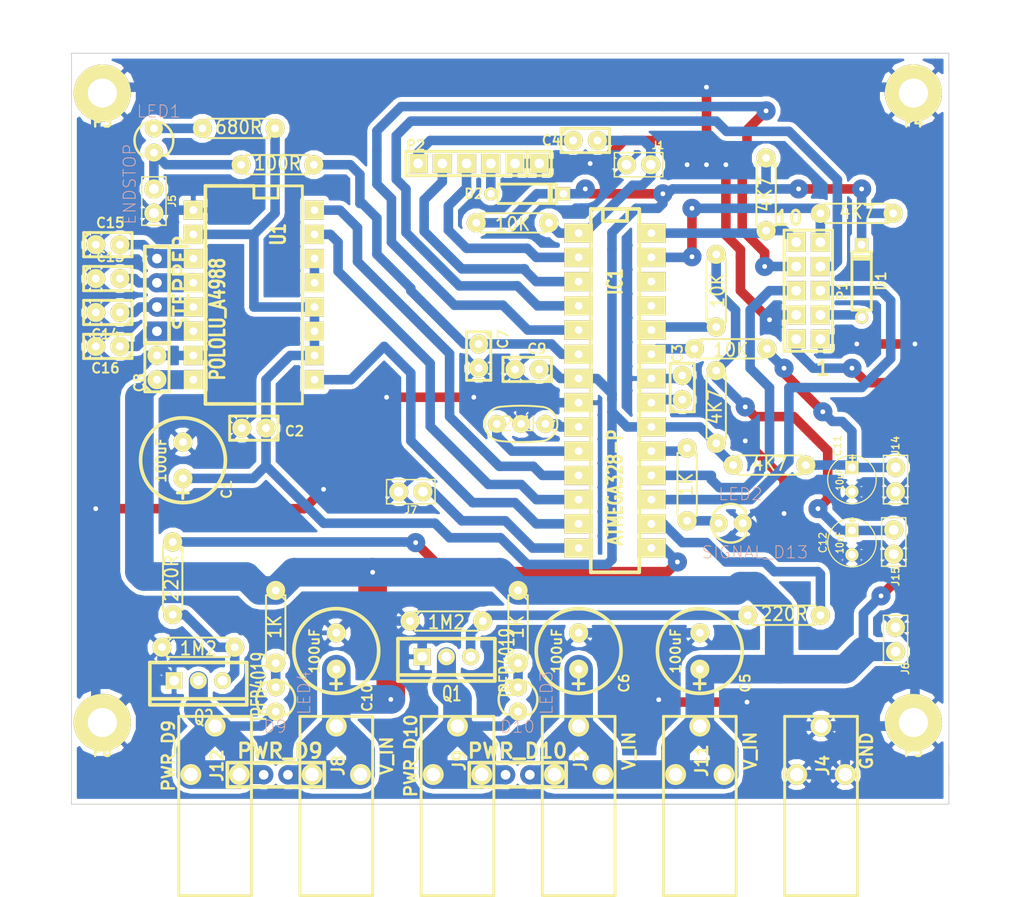
<source format=kicad_pcb>
(kicad_pcb (version 3) (host pcbnew "(2013-jul-07)-stable")
  (layers (15 F.Cu signal) (0 B.Cu signal) (18 B.Paste user) (19 F.Paste user) (20 B.SilkS user) (21 F.SilkS user) (22 B.Mask user) (23 F.Mask user) (28 Edge.Cuts user))
  (net 0 "")
  (net 1 A0)
  (net 2 A1)
  (net 3 CLK_D2)
  (net 4 D10)
  (net 5 D11)
  (net 6 D12)
  (net 7 D9)
  (net 8 DIR_D5)
  (net 9 ENABLE_D7)
  (net 10 GND)
  (net 11 INT_D3)
  (net 12 N-000001)
  (net 13 N-0000011)
  (net 14 N-0000013)
  (net 15 N-0000014)
  (net 16 N-0000015)
  (net 17 N-0000018)
  (net 18 N-000002)
  (net 19 N-0000021)
  (net 20 N-0000023)
  (net 21 N-0000024)
  (net 22 N-0000025)
  (net 23 N-0000026)
  (net 24 N-0000029)
  (net 25 N-0000030)
  (net 26 N-0000031)
  (net 27 N-0000032)
  (net 28 N-0000035)
  (net 29 N-0000036)
  (net 30 N-0000037)
  (net 31 N-0000038)
  (net 32 N-0000045)
  (net 33 N-0000046)
  (net 34 N-0000047)
  (net 35 N-0000048)
  (net 36 N-000007)
  (net 37 N-000008)
  (net 38 N-000009)
  (net 39 SCL)
  (net 40 SDA)
  (net 41 STEP_D6)
  (net 42 STOP_D4)
  (net 43 V_IN)
  (net 44 Vcc)
  (module DIP-28__300 (layer F.Cu) (at 70.1675 49.0855 270)
    (fp_text reference IC1 (at -11.43 0 270) (layer F.SilkS) (effects (font (size 1.524 1.143) (thickness 0.3048))))
    (fp_text value ATMEGA328-P (at 10.16 0 270) (layer F.SilkS) (effects (font (size 1.524 1.143) (thickness 0.3048))))
    (pad 2 thru_hole rect (at -13.97 3.81 270) (size 2 3) (drill 0.8128) (layers *.Cu *.Mask F.SilkS) (net 37 N-000008))
    (pad 3 thru_hole rect (at -11.43 3.81 270) (size 2 3) (drill 0.8128) (layers *.Cu *.Mask F.SilkS) (net 36 N-000007))
    (pad 4 thru_hole rect (at -8.89 3.81 270) (size 2 3) (drill 0.8128) (layers *.Cu *.Mask F.SilkS) (net 3 CLK_D2))
    (pad 5 thru_hole rect (at -6.35 3.81 270) (size 2 3) (drill 0.8128) (layers *.Cu *.Mask F.SilkS) (net 11 INT_D3))
    (pad 6 thru_hole rect (at -3.81 3.81 270) (size 2 3) (drill 0.8128) (layers *.Cu *.Mask F.SilkS) (net 42 STOP_D4))
    (pad 7 thru_hole rect (at -1.27 3.81 270) (size 2 3) (drill 0.8128) (layers *.Cu *.Mask F.SilkS) (net 44 Vcc))
    (pad 8 thru_hole rect (at 1.27 3.81 270) (size 2 3) (drill 0.8128) (layers *.Cu *.Mask F.SilkS) (net 10 GND))
    (pad 9 thru_hole rect (at 3.81 3.81 270) (size 2 3) (drill 0.8128) (layers *.Cu *.Mask F.SilkS) (net 18 N-000002))
    (pad 10 thru_hole rect (at 6.35 3.81 270) (size 2 3) (drill 0.8128) (layers *.Cu *.Mask F.SilkS) (net 12 N-000001))
    (pad 11 thru_hole rect (at 8.89 3.81 270) (size 2 3) (drill 0.8128) (layers *.Cu *.Mask F.SilkS) (net 8 DIR_D5))
    (pad 12 thru_hole rect (at 11.43 3.81 270) (size 2 3) (drill 0.8128) (layers *.Cu *.Mask F.SilkS) (net 41 STEP_D6))
    (pad 13 thru_hole rect (at 13.97 3.81 270) (size 2 3) (drill 0.8128) (layers *.Cu *.Mask F.SilkS) (net 9 ENABLE_D7))
    (pad 14 thru_hole rect (at 16.51 3.81 270) (size 2 3) (drill 0.8128) (layers *.Cu *.Mask F.SilkS) (net 13 N-0000011))
    (pad 1 thru_hole rect (at -16.51 3.81 270) (size 2 3) (drill 0.8128) (layers *.Cu *.Mask F.SilkS) (net 14 N-0000013))
    (pad 15 thru_hole rect (at 16.51 -3.81 270) (size 2 3) (drill 0.8128) (layers *.Cu *.Mask F.SilkS) (net 7 D9))
    (pad 16 thru_hole rect (at 13.97 -3.81 270) (size 2 3) (drill 0.8128) (layers *.Cu *.Mask F.SilkS) (net 4 D10))
    (pad 17 thru_hole rect (at 11.43 -3.81 270) (size 2 3) (drill 0.8128) (layers *.Cu *.Mask F.SilkS) (net 5 D11))
    (pad 18 thru_hole rect (at 8.89 -3.81 270) (size 2 3) (drill 0.8128) (layers *.Cu *.Mask F.SilkS) (net 6 D12))
    (pad 19 thru_hole rect (at 6.35 -3.81 270) (size 2 3) (drill 0.8128) (layers *.Cu *.Mask F.SilkS) (net 21 N-0000024))
    (pad 20 thru_hole rect (at 3.81 -3.81 270) (size 2 3) (drill 0.8128) (layers *.Cu *.Mask F.SilkS) (net 44 Vcc))
    (pad 21 thru_hole rect (at 1.27 -3.81 270) (size 2 3) (drill 0.8128) (layers *.Cu *.Mask F.SilkS) (net 17 N-0000018))
    (pad 22 thru_hole rect (at -1.27 -3.81 270) (size 2 3) (drill 0.8128) (layers *.Cu *.Mask F.SilkS) (net 10 GND))
    (pad 23 thru_hole rect (at -3.81 -3.81 270) (size 2 3) (drill 0.8128) (layers *.Cu *.Mask F.SilkS) (net 29 N-0000036))
    (pad 24 thru_hole rect (at -6.35 -3.81 270) (size 2 3) (drill 0.8128) (layers *.Cu *.Mask F.SilkS) (net 30 N-0000037))
    (pad 25 thru_hole rect (at -8.89 -3.81 270) (size 2 3) (drill 0.8128) (layers *.Cu *.Mask F.SilkS))
    (pad 26 thru_hole rect (at -11.43 -3.81 270) (size 2 3) (drill 0.8128) (layers *.Cu *.Mask F.SilkS))
    (pad 27 thru_hole rect (at -13.97 -3.81 270) (size 2 3) (drill 0.8128) (layers *.Cu *.Mask F.SilkS) (net 40 SDA))
    (pad 28 thru_hole rect (at -16.51 -3.81 270) (size 2 3) (drill 0.8128) (layers *.Cu *.Mask F.SilkS) (net 39 SCL))
  )
  (module DIP-16__500 (layer F.Cu) (at 29.7815 39.0525 270)
    (fp_text reference U1 (at -6.35 -5.08 270) (layer F.SilkS) (effects (font (size 1.524 1.143) (thickness 0.3048))))
    (fp_text value POLOLU_A4988 (at 2.54 1.27 270) (layer F.SilkS) (effects (font (size 1.524 1.143) (thickness 0.28575))))
    (pad 1 thru_hole rect (at -8.89 3.81 270) (size 2 2) (drill 0.8128) (layers *.Cu *.Mask F.SilkS) (net 10 GND))
    (pad 2 thru_hole rect (at -6.35 3.81 270) (size 2 2) (drill 0.8128) (layers *.Cu *.Mask F.SilkS) (net 44 Vcc))
    (pad 3 thru_hole rect (at -3.81 3.81 270) (size 2 2) (drill 0.8128) (layers *.Cu *.Mask F.SilkS) (net 24 N-0000029))
    (pad 4 thru_hole rect (at -1.27 3.81 270) (size 2 2) (drill 0.8128) (layers *.Cu *.Mask F.SilkS) (net 32 N-0000045))
    (pad 5 thru_hole rect (at 1.27 3.81 270) (size 2 2) (drill 0.8128) (layers *.Cu *.Mask F.SilkS) (net 33 N-0000046))
    (pad 6 thru_hole rect (at 3.81 3.81 270) (size 2 2) (drill 0.8128) (layers *.Cu *.Mask F.SilkS) (net 23 N-0000026))
    (pad 7 thru_hole rect (at 6.35 3.81 270) (size 2 2) (drill 0.8128) (layers *.Cu *.Mask F.SilkS) (net 10 GND))
    (pad 8 thru_hole rect (at 8.89 3.81 270) (size 2 2) (drill 0.8128) (layers *.Cu *.Mask F.SilkS) (net 43 V_IN))
    (pad 9 thru_hole rect (at 8.89 -8.89 270) (size 2 2) (drill 0.8128) (layers *.Cu *.Mask F.SilkS) (net 9 ENABLE_D7))
    (pad 10 thru_hole rect (at 6.35 -8.89 270) (size 2 2) (drill 0.8128) (layers *.Cu *.Mask F.SilkS) (net 44 Vcc))
    (pad 11 thru_hole rect (at 3.81 -8.89 270) (size 2 2) (drill 0.8128) (layers *.Cu *.Mask F.SilkS) (net 44 Vcc))
    (pad 12 thru_hole rect (at 1.27 -8.89 270) (size 2 2) (drill 0.8128) (layers *.Cu *.Mask F.SilkS) (net 44 Vcc))
    (pad 13 thru_hole rect (at -1.27 -8.89 270) (size 2 2) (drill 0.8128) (layers *.Cu *.Mask F.SilkS) (net 16 N-0000015))
    (pad 14 thru_hole rect (at -3.81 -8.89 270) (size 2 2) (drill 0.8128) (layers *.Cu *.Mask F.SilkS) (net 16 N-0000015))
    (pad 15 thru_hole rect (at -6.35 -8.89 270) (size 2 2) (drill 0.8128) (layers *.Cu *.Mask F.SilkS) (net 41 STEP_D6))
    (pad 16 thru_hole rect (at -8.89 -8.89 270) (size 2 2) (drill 0.8128) (layers *.Cu *.Mask F.SilkS) (net 8 DIR_D5))
  )
  (module 1pin (layer F.Cu) (at 16.44 17.888 180)
    (fp_text reference P3 (at 0 -3.048 180) (layer F.SilkS) (effects (font (size 1.016 1.016) (thickness 0.254))))
    (fp_text value mount hide)
    (pad 1 thru_hole circle (at 0 0 180) (size 6 6) (drill 3.048) (layers *.Cu *.Mask F.SilkS) (net 10 GND))
  )
  (module 1pin (layer F.Cu) (at 101.44 17.888 180)
    (fp_text reference P4 (at 0 -3.048 180) (layer F.SilkS) (effects (font (size 1.016 1.016) (thickness 0.254))))
    (fp_text value mount hide)
    (pad 1 thru_hole circle (at 0 0 180) (size 6 6) (drill 3.048) (layers *.Cu *.Mask F.SilkS) (net 10 GND))
  )
  (module 1pin (layer F.Cu) (at 101.44 83.888 180)
    (fp_text reference P5 (at 0 -3.048 180) (layer F.SilkS) (effects (font (size 1.016 1.016) (thickness 0.254))))
    (fp_text value mount hide)
    (pad 1 thru_hole circle (at 0 0 180) (size 6 6) (drill 3.048) (layers *.Cu *.Mask F.SilkS) (net 10 GND))
  )
  (module 1pin (layer F.Cu) (at 16.44 83.888 180)
    (fp_text reference P6 (at 0 -3.048 180) (layer F.SilkS) (effects (font (size 1.016 1.016) (thickness 0.254))))
    (fp_text value mount hide)
    (pad 1 thru_hole circle (at 0 0 180) (size 6 6) (drill 3.048) (layers *.Cu *.Mask F.SilkS) (net 10 GND))
  )
  (module SparkFun-RESONATOR-PTH (layer F.Cu) (at 60.325 52.578)
    (fp_text reference Y1 (at 0 0) (layer F.SilkS) (effects (font (size 1.524 1.524))))
    (fp_text value 12MHz (at 0 0) (layer F.SilkS) (effects (font (size 1.524 1.524))))
    (pad 1 thru_hole circle (at -2.54 0) (size 1.8796 1.8796) (drill 0.79756) (layers *.Cu F.Paste F.SilkS F.Mask) (net 12 N-000001))
    (pad 2 thru_hole circle (at 0 0) (size 1.8796 1.8796) (drill 0.79756) (layers *.Cu F.Paste F.SilkS F.Mask) (net 10 GND))
    (pad 3 thru_hole circle (at 2.54 0) (size 1.8796 1.8796) (drill 0.79756) (layers *.Cu F.Paste F.SilkS F.Mask) (net 18 N-000002))
  )
  (module SparkFun-LED3MM (layer F.Cu) (at 21.844 22.86 270)
    (fp_text reference LED1 (at -3.048 -0.508 360) (layer B.SilkS) (effects (font (size 1.27 1.27) (thickness 0.0889))))
    (fp_text value ENDSTOP (at 4.572 2.54 270) (layer B.SilkS) (effects (font (size 1.27 1.27) (thickness 0.0889))))
    (pad A thru_hole circle (at -1.27 0 270) (size 1.8796 1.8796) (drill 0.8128) (layers *.Cu F.Paste F.SilkS F.Mask) (net 22 N-0000025))
    (pad K thru_hole circle (at 1.27 0 270) (size 1.8796 1.8796) (drill 0.8128) (layers *.Cu F.Paste F.SilkS F.Mask) (net 31 N-0000038))
  )
  (module SparkFun-LED3MM (layer F.Cu) (at 82.296 62.992)
    (fp_text reference LED2 (at 1.016 -3.048) (layer B.SilkS) (effects (font (size 1.27 1.27) (thickness 0.0889))))
    (fp_text value SIGNAL_D13 (at 2.54 3.048) (layer B.SilkS) (effects (font (size 1.27 1.27) (thickness 0.0889))))
    (pad A thru_hole circle (at -1.27 0) (size 1.8796 1.8796) (drill 0.8128) (layers *.Cu F.Paste F.SilkS F.Mask) (net 20 N-0000023))
    (pad K thru_hole circle (at 1.27 0) (size 1.8796 1.8796) (drill 0.8128) (layers *.Cu F.Paste F.SilkS F.Mask) (net 10 GND))
  )
  (module SPADE-4910 (layer F.Cu) (at 91.7575 84.0105 180)
    (fp_text reference J4 (at -0.1905 -4.3815 270) (layer F.SilkS) (effects (font (size 1.27 1.27) (thickness 0.254))))
    (fp_text value GND (at -4.7625 -2.8575 270) (layer F.SilkS) (effects (font (size 1.27 1.27) (thickness 0.254))))
    (pad 1 thru_hole circle (at 0 -0.254 180) (size 2.19964 2.19964) (drill 1.4) (layers *.Cu *.Mask F.SilkS) (net 10 GND))
    (pad 2 thru_hole circle (at 2.54 -5.334 180) (size 2.19964 2.19964) (drill 1.4) (layers *.Cu *.Mask F.SilkS) (net 10 GND))
    (pad 3 thru_hole circle (at -2.54 -5.334 180) (size 2.19964 2.19964) (drill 1.4) (layers *.Cu *.Mask F.SilkS) (net 10 GND))
  )
  (module SPADE-4910 (layer F.Cu) (at 66.3575 84.0105 180)
    (fp_text reference J3 (at -0.1905 -3.8735 270) (layer F.SilkS) (effects (font (size 1.27 1.27) (thickness 0.254))))
    (fp_text value V_IN (at -5.2705 -2.8575 270) (layer F.SilkS) (effects (font (size 1.27 1.27) (thickness 0.254))))
    (pad 1 thru_hole circle (at 0 -0.254 180) (size 2.19964 2.19964) (drill 1.4) (layers *.Cu *.Mask F.SilkS) (net 43 V_IN))
    (pad 2 thru_hole circle (at 2.54 -5.334 180) (size 2.19964 2.19964) (drill 1.4) (layers *.Cu *.Mask F.SilkS) (net 43 V_IN))
    (pad 3 thru_hole circle (at -2.54 -5.334 180) (size 2.19964 2.19964) (drill 1.4) (layers *.Cu *.Mask F.SilkS) (net 43 V_IN))
  )
  (module SPADE-4910 (layer F.Cu) (at 53.6575 84.0105 180)
    (fp_text reference J9 (at -0.1905 -3.8735 270) (layer F.SilkS) (effects (font (size 1.27 1.27) (thickness 0.254))))
    (fp_text value PWR_D10 (at 4.8895 -3.3655 270) (layer F.SilkS) (effects (font (size 1.27 1.27) (thickness 0.254))))
    (pad 1 thru_hole circle (at 0 -0.254 180) (size 2.19964 2.19964) (drill 1.4) (layers *.Cu *.Mask F.SilkS) (net 34 N-0000047))
    (pad 2 thru_hole circle (at 2.54 -5.334 180) (size 2.19964 2.19964) (drill 1.4) (layers *.Cu *.Mask F.SilkS) (net 34 N-0000047))
    (pad 3 thru_hole circle (at -2.54 -5.334 180) (size 2.19964 2.19964) (drill 1.4) (layers *.Cu *.Mask F.SilkS) (net 34 N-0000047))
  )
  (module SPADE-4910 (layer F.Cu) (at 40.9575 84.0105 180)
    (fp_text reference J8 (at -0.1905 -4.3815 270) (layer F.SilkS) (effects (font (size 1.27 1.27) (thickness 0.254))))
    (fp_text value V_IN (at -5.2705 -3.3655 270) (layer F.SilkS) (effects (font (size 1.27 1.27) (thickness 0.254))))
    (pad 1 thru_hole circle (at 0 -0.254 180) (size 2.19964 2.19964) (drill 1.4) (layers *.Cu *.Mask F.SilkS) (net 43 V_IN))
    (pad 2 thru_hole circle (at 2.54 -5.334 180) (size 2.19964 2.19964) (drill 1.4) (layers *.Cu *.Mask F.SilkS) (net 43 V_IN))
    (pad 3 thru_hole circle (at -2.54 -5.334 180) (size 2.19964 2.19964) (drill 1.4) (layers *.Cu *.Mask F.SilkS) (net 43 V_IN))
  )
  (module SPADE-4910 (layer F.Cu) (at 28.2575 84.0105 180)
    (fp_text reference J12 (at -0.1905 -4.3815 270) (layer F.SilkS) (effects (font (size 1.27 1.27) (thickness 0.254))))
    (fp_text value PWR_D9 (at 4.8895 -3.3655 270) (layer F.SilkS) (effects (font (size 1.27 1.27) (thickness 0.254))))
    (pad 1 thru_hole circle (at 0 -0.254 180) (size 2.19964 2.19964) (drill 1.4) (layers *.Cu *.Mask F.SilkS) (net 35 N-0000048))
    (pad 2 thru_hole circle (at 2.54 -5.334 180) (size 2.19964 2.19964) (drill 1.4) (layers *.Cu *.Mask F.SilkS) (net 35 N-0000048))
    (pad 3 thru_hole circle (at -2.54 -5.334 180) (size 2.19964 2.19964) (drill 1.4) (layers *.Cu *.Mask F.SilkS) (net 35 N-0000048))
  )
  (module SPADE-4910 (layer F.Cu) (at 79.0575 84.0105 180)
    (fp_text reference J11 (at -0.1905 -3.8735 270) (layer F.SilkS) (effects (font (size 1.27 1.27) (thickness 0.254))))
    (fp_text value V_IN (at -5.2705 -2.8575 270) (layer F.SilkS) (effects (font (size 1.27 1.27) (thickness 0.254))))
    (pad 1 thru_hole circle (at 0 -0.254 180) (size 2.19964 2.19964) (drill 1.4) (layers *.Cu *.Mask F.SilkS) (net 43 V_IN))
    (pad 2 thru_hole circle (at 2.54 -5.334 180) (size 2.19964 2.19964) (drill 1.4) (layers *.Cu *.Mask F.SilkS) (net 43 V_IN))
    (pad 3 thru_hole circle (at -2.54 -5.334 180) (size 2.19964 2.19964) (drill 1.4) (layers *.Cu *.Mask F.SilkS) (net 43 V_IN))
  )
  (module R3 (layer F.Cu) (at 77.724 58.928 270)
    (fp_text reference R4 hide)
    (fp_text value 1K (at 0 0.127 270) (layer F.SilkS) (effects (font (size 1.397 1.27) (thickness 0.2032))))
    (pad 1 thru_hole circle (at -3.81 0 270) (size 2 2) (drill 0.8128) (layers *.Cu *.Mask F.SilkS) (net 21 N-0000024))
    (pad 2 thru_hole circle (at 3.81 0 270) (size 2 2) (drill 0.8128) (layers *.Cu *.Mask F.SilkS) (net 20 N-0000023))
  )
  (module R3 (layer F.Cu) (at 30.734 21.59 180)
    (fp_text reference R3 hide)
    (fp_text value 680R (at 0 0.127 180) (layer F.SilkS) (effects (font (size 1.397 1.27) (thickness 0.2032))))
    (pad 1 thru_hole circle (at -3.81 0 180) (size 2 2) (drill 0.8128) (layers *.Cu *.Mask F.SilkS) (net 44 Vcc))
    (pad 2 thru_hole circle (at 3.81 0 180) (size 2 2) (drill 0.8128) (layers *.Cu *.Mask F.SilkS) (net 22 N-0000025))
  )
  (module R3 (layer F.Cu) (at 23.8125 68.7705 270)
    (fp_text reference R6 hide)
    (fp_text value 220R (at 0 0.127 270) (layer F.SilkS) (effects (font (size 1.397 1.27) (thickness 0.2032))))
    (pad 1 thru_hole circle (at -3.81 0 270) (size 2 2) (drill 0.8128) (layers *.Cu *.Mask F.SilkS) (net 7 D9))
    (pad 2 thru_hole circle (at 3.81 0 270) (size 2 2) (drill 0.8128) (layers *.Cu *.Mask F.SilkS) (net 28 N-0000035))
  )
  (module R3 (layer F.Cu) (at 87.884 72.644 180)
    (fp_text reference R5 hide)
    (fp_text value 220R (at 0 0.127 180) (layer F.SilkS) (effects (font (size 1.397 1.27) (thickness 0.2032))))
    (pad 1 thru_hole circle (at -3.81 0 180) (size 2 2) (drill 0.8128) (layers *.Cu *.Mask F.SilkS) (net 4 D10))
    (pad 2 thru_hole circle (at 3.81 0 180) (size 2 2) (drill 0.8128) (layers *.Cu *.Mask F.SilkS) (net 27 N-0000032))
  )
  (module R3 (layer F.Cu) (at 86.36 56.896 180)
    (fp_text reference R7 hide)
    (fp_text value 4K7 (at 0 0.127 180) (layer F.SilkS) (effects (font (size 1.397 1.27) (thickness 0.2032))))
    (pad 1 thru_hole circle (at -3.81 0 180) (size 2 2) (drill 0.8128) (layers *.Cu *.Mask F.SilkS) (net 1 A0))
    (pad 2 thru_hole circle (at 3.81 0 180) (size 2 2) (drill 0.8128) (layers *.Cu *.Mask F.SilkS) (net 44 Vcc))
  )
  (module R3 (layer F.Cu) (at 80.772 50.8 270)
    (fp_text reference R8 hide)
    (fp_text value 4K7 (at 0 0.127 270) (layer F.SilkS) (effects (font (size 1.397 1.27) (thickness 0.2032))))
    (pad 1 thru_hole circle (at -3.81 0 270) (size 2 2) (drill 0.8128) (layers *.Cu *.Mask F.SilkS) (net 2 A1))
    (pad 2 thru_hole circle (at 3.81 0 270) (size 2 2) (drill 0.8128) (layers *.Cu *.Mask F.SilkS) (net 44 Vcc))
  )
  (module R3 (layer F.Cu) (at 59.436 31.496)
    (fp_text reference R1 hide)
    (fp_text value 10K (at 0 0.127) (layer F.SilkS) (effects (font (size 1.397 1.27) (thickness 0.2032))))
    (pad 1 thru_hole circle (at -3.81 0) (size 2 2) (drill 0.8128) (layers *.Cu *.Mask F.SilkS) (net 44 Vcc))
    (pad 2 thru_hole circle (at 3.81 0) (size 2 2) (drill 0.8128) (layers *.Cu *.Mask F.SilkS) (net 14 N-0000013))
  )
  (module R3 (layer F.Cu) (at 34.798 25.4 180)
    (fp_text reference R2 hide)
    (fp_text value 100R (at 0 0.127 180) (layer F.SilkS) (effects (font (size 1.397 1.27) (thickness 0.2032))))
    (pad 1 thru_hole circle (at -3.81 0 180) (size 2 2) (drill 0.8128) (layers *.Cu *.Mask F.SilkS))
    (pad 2 thru_hole circle (at 3.81 0 180) (size 2 2) (drill 0.8128) (layers *.Cu *.Mask F.SilkS))
  )
  (module PIN_ARRAY_5x2 (layer F.Cu) (at 90.424 38.608 90)
    (fp_text reference P1 (at 0 3.556 90) (layer F.SilkS) (effects (font (size 1.016 1.016) (thickness 0.2032))))
    (fp_text value BUS hide)
    (pad 1 thru_hole rect (at -5.08 1.27 90) (size 2 2) (drill 1.016) (layers *.Cu *.Mask F.SilkS) (net 10 GND))
    (pad 2 thru_hole rect (at -5.08 -1.27 90) (size 2 2) (drill 1.016) (layers *.Cu *.Mask F.SilkS) (net 43 V_IN))
    (pad 3 thru_hole rect (at -2.54 1.27 90) (size 2 2) (drill 1.016) (layers *.Cu *.Mask F.SilkS) (net 19 N-0000021))
    (pad 4 thru_hole rect (at -2.54 -1.27 90) (size 2 2) (drill 1.016) (layers *.Cu *.Mask F.SilkS) (net 10 GND))
    (pad 5 thru_hole rect (at 0 1.27 90) (size 2 2) (drill 1.016) (layers *.Cu *.Mask F.SilkS) (net 5 D11))
    (pad 6 thru_hole rect (at 0 -1.27 90) (size 2 2) (drill 1.016) (layers *.Cu *.Mask F.SilkS) (net 6 D12))
    (pad 7 thru_hole rect (at 2.54 1.27 90) (size 2 2) (drill 1.016) (layers *.Cu *.Mask F.SilkS) (net 3 CLK_D2))
    (pad 8 thru_hole rect (at 2.54 -1.27 90) (size 2 2) (drill 1.016) (layers *.Cu *.Mask F.SilkS) (net 11 INT_D3))
    (pad 9 thru_hole rect (at 5.08 1.27 90) (size 2 2) (drill 1.016) (layers *.Cu *.Mask F.SilkS) (net 40 SDA))
    (pad 10 thru_hole rect (at 5.08 -1.27 90) (size 2 2) (drill 1.016) (layers *.Cu *.Mask F.SilkS) (net 39 SCL))
  )
  (module PIN_ARRAY_4X1 (layer F.Cu) (at 34.6202 89.3699 180)
    (fp_text reference J13 hide)
    (fp_text value PWR_D9 (at -0.4318 2.5019 180) (layer F.SilkS) (effects (font (size 1.524 1.524) (thickness 0.3048))))
    (pad 1 thru_hole rect (at -3.81 0 180) (size 2.02438 2.02438) (drill 1.016) (layers *.Cu) (net 43 V_IN))
    (pad 2 thru_hole circle (at -1.27 0 180) (size 2.02438 2.02438) (drill 1.016) (layers *.Cu) (net 43 V_IN))
    (pad 3 thru_hole circle (at 1.27 0 180) (size 2.02438 2.02438) (drill 1.016) (layers *.Cu) (net 35 N-0000048))
    (pad 4 thru_hole circle (at 3.81 0 180) (size 2.02438 2.02438) (drill 1.016) (layers *.Cu) (net 35 N-0000048))
  )
  (module PIN_ARRAY_4X1 (layer F.Cu) (at 22.1615 39.0525 90)
    (fp_text reference J2 hide)
    (fp_text value STEPPER (at 1.27 2.54 90) (layer F.SilkS) (effects (font (size 1.524 1.524) (thickness 0.3048))))
    (pad 1 thru_hole rect (at -3.81 0 90) (size 2.02438 2.02438) (drill 1.016) (layers *.Cu) (net 23 N-0000026))
    (pad 2 thru_hole circle (at -1.27 0 90) (size 2.02438 2.02438) (drill 1.016) (layers *.Cu) (net 33 N-0000046))
    (pad 3 thru_hole circle (at 1.27 0 90) (size 2.02438 2.02438) (drill 1.016) (layers *.Cu) (net 32 N-0000045))
    (pad 4 thru_hole circle (at 3.81 0 90) (size 2.02438 2.02438) (drill 1.016) (layers *.Cu) (net 24 N-0000029))
  )
  (module PIN_ARRAY_4X1 (layer F.Cu) (at 59.9694 89.3699 180)
    (fp_text reference J10 hide)
    (fp_text value PWR_D10 (at 0.0254 2.5019 180) (layer F.SilkS) (effects (font (size 1.524 1.524) (thickness 0.3048))))
    (pad 1 thru_hole rect (at -3.81 0 180) (size 2.02438 2.02438) (drill 1.016) (layers *.Cu) (net 43 V_IN))
    (pad 2 thru_hole circle (at -1.27 0 180) (size 2.02438 2.02438) (drill 1.016) (layers *.Cu) (net 43 V_IN))
    (pad 3 thru_hole circle (at 1.27 0 180) (size 2.02438 2.02438) (drill 1.016) (layers *.Cu) (net 34 N-0000047))
    (pad 4 thru_hole circle (at 3.81 0 180) (size 2.02438 2.02438) (drill 1.016) (layers *.Cu) (net 34 N-0000047))
  )
  (module PIN_ARRAY_2X1 (layer F.Cu) (at 99.568 75.184 270)
    (fp_text reference J6 (at 3.048 -1.016 270) (layer F.SilkS) (effects (font (size 0.762 0.762) (thickness 0.1524))))
    (fp_text value PWR hide)
    (pad 1 thru_hole circle (at -1.27 0 270) (size 2 2) (drill 1.016) (layers *.Cu *.Mask F.SilkS) (net 10 GND))
    (pad 2 thru_hole circle (at 1.27 0 270) (size 2 2) (drill 1.016) (layers *.Cu *.Mask F.SilkS) (net 43 V_IN))
  )
  (module PIN_ARRAY_2X1 (layer F.Cu) (at 99.3775 64.9605 90)
    (fp_text reference J15 (at -3.6195 0.1905 90) (layer F.SilkS) (effects (font (size 0.762 0.762) (thickness 0.1524))))
    (fp_text value T1 hide)
    (pad 1 thru_hole circle (at -1.27 0 90) (size 2 2) (drill 1.016) (layers *.Cu *.Mask F.SilkS) (net 10 GND))
    (pad 2 thru_hole circle (at 1.27 0 90) (size 2 2) (drill 1.016) (layers *.Cu *.Mask F.SilkS) (net 2 A1))
  )
  (module PIN_ARRAY_2X1 (layer F.Cu) (at 99.568 58.42 90)
    (fp_text reference J14 (at 3.556 0 90) (layer F.SilkS) (effects (font (size 0.762 0.762) (thickness 0.1524))))
    (fp_text value T0 hide)
    (pad 1 thru_hole circle (at -1.27 0 90) (size 2 2) (drill 1.016) (layers *.Cu *.Mask F.SilkS) (net 10 GND))
    (pad 2 thru_hole circle (at 1.27 0 90) (size 2 2) (drill 1.016) (layers *.Cu *.Mask F.SilkS) (net 1 A0))
  )
  (module PIN_ARRAY_2X1 (layer F.Cu) (at 72.644 25.4 180)
    (fp_text reference J1 (at -2.032 2.032 180) (layer F.SilkS) (effects (font (size 0.762 0.762) (thickness 0.1524))))
    (fp_text value RST hide)
    (pad 1 thru_hole circle (at -1.27 0 180) (size 2 2) (drill 1.016) (layers *.Cu *.Mask F.SilkS) (net 14 N-0000013))
    (pad 2 thru_hole circle (at 1.27 0 180) (size 2 2) (drill 1.016) (layers *.Cu *.Mask F.SilkS) (net 10 GND))
  )
  (module PIN_ARRAY_2X1 (layer F.Cu) (at 48.768 59.69 180)
    (fp_text reference J7 (at 0 -1.905 180) (layer F.SilkS) (effects (font (size 0.762 0.762) (thickness 0.1524))))
    (fp_text value AD_PROG_D8 hide)
    (pad 1 thru_hole circle (at -1.27 0 180) (size 2 2) (drill 1.016) (layers *.Cu *.Mask F.SilkS) (net 13 N-0000011))
    (pad 2 thru_hole circle (at 1.27 0 180) (size 2 2) (drill 1.016) (layers *.Cu *.Mask F.SilkS) (net 10 GND))
  )
  (module PIN_ARRAY_2X1 (layer F.Cu) (at 21.844 29.21 270)
    (fp_text reference J5 (at 0 -1.905 270) (layer F.SilkS) (effects (font (size 0.762 0.762) (thickness 0.1524))))
    (fp_text value ENDSTOP hide)
    (pad 1 thru_hole circle (at -1.27 0 270) (size 2 2) (drill 1.016) (layers *.Cu *.Mask F.SilkS) (net 31 N-0000038))
    (pad 2 thru_hole circle (at 1.27 0 270) (size 2 2) (drill 1.016) (layers *.Cu *.Mask F.SilkS) (net 10 GND))
  )
  (module PIN_ARRAY-6X1 (layer F.Cu) (at 55.88 25.273 180)
    (fp_text reference P2 (at 6.604 1.905 180) (layer F.SilkS) (effects (font (size 1.016 1.016) (thickness 0.2032))))
    (fp_text value SERIAL hide)
    (pad 1 thru_hole rect (at -6.35 0 180) (size 2 2) (drill 1.016) (layers *.Cu *.Mask F.SilkS) (net 10 GND))
    (pad 2 thru_hole rect (at -3.81 0 180) (size 2 2) (drill 1.016) (layers *.Cu *.Mask F.SilkS) (net 10 GND))
    (pad 3 thru_hole rect (at -1.27 0 180) (size 2 2) (drill 1.016) (layers *.Cu *.Mask F.SilkS) (net 38 N-000009))
    (pad 4 thru_hole rect (at 1.27 0 180) (size 2 2) (drill 1.016) (layers *.Cu *.Mask F.SilkS) (net 37 N-000008))
    (pad 5 thru_hole rect (at 3.81 0 180) (size 2 2) (drill 1.016) (layers *.Cu *.Mask F.SilkS) (net 36 N-000007))
    (pad 6 thru_hole rect (at 6.35 0 180) (size 2 2) (drill 1.016) (layers *.Cu *.Mask F.SilkS) (net 15 N-0000014))
  )
  (module D3 (layer F.Cu) (at 96.012 37.592 90)
    (fp_text reference D1 (at 0 2.032 90) (layer F.SilkS) (effects (font (size 1.016 1.016) (thickness 0.2032))))
    (fp_text value DIODESCH hide)
    (pad 2 thru_hole rect (at 3.81 0 90) (size 1.397 1.397) (drill 0.8128) (layers *.Cu *.Mask F.SilkS) (net 44 Vcc))
    (pad 1 thru_hole circle (at -3.81 0 90) (size 1.397 1.397) (drill 0.8128) (layers *.Cu *.Mask F.SilkS) (net 19 N-0000021))
  )
  (module D3 (layer F.Cu) (at 60.96 28.448)
    (fp_text reference D2 (at -5.588 0) (layer F.SilkS) (effects (font (size 1.016 1.016) (thickness 0.2032))))
    (fp_text value DIODESCH hide)
    (pad 2 thru_hole rect (at 3.81 0) (size 1.397 1.397) (drill 0.8128) (layers *.Cu *.Mask F.SilkS) (net 44 Vcc))
    (pad 1 thru_hole circle (at -3.81 0) (size 1.397 1.397) (drill 0.8128) (layers *.Cu *.Mask F.SilkS) (net 38 N-000009))
  )
  (module C1V5 (layer F.Cu) (at 94.996 58.42 270)
    (fp_text reference C11 (at -3.556 1.524 270) (layer F.SilkS) (effects (font (size 0.762 0.762) (thickness 0.127))))
    (fp_text value 10uF (at 0 1.27 270) (layer F.SilkS) (effects (font (size 0.762 0.635) (thickness 0.127))))
    (fp_text user + (at -2.286 0 270) (layer F.SilkS) (effects (font (size 0.762 0.762) (thickness 0.2032))))
    (pad 1 thru_hole rect (at -1.27 0 270) (size 1.397 1.397) (drill 0.8128) (layers *.Cu *.Mask F.SilkS) (net 1 A0))
    (pad 2 thru_hole circle (at 1.27 0 270) (size 1.397 1.397) (drill 0.8128) (layers *.Cu *.Mask F.SilkS) (net 10 GND))
  )
  (module C1V5 (layer F.Cu) (at 94.996 65.024 270)
    (fp_text reference C12 (at 0 3.048 270) (layer F.SilkS) (effects (font (size 0.762 0.762) (thickness 0.127))))
    (fp_text value 10uF (at 0 1.27 270) (layer F.SilkS) (effects (font (size 0.762 0.635) (thickness 0.127))))
    (fp_text user + (at -2.286 0 270) (layer F.SilkS) (effects (font (size 0.762 0.762) (thickness 0.2032))))
    (pad 1 thru_hole rect (at -1.27 0 270) (size 1.397 1.397) (drill 0.8128) (layers *.Cu *.Mask F.SilkS) (net 2 A1))
    (pad 2 thru_hole circle (at 1.27 0 270) (size 1.397 1.397) (drill 0.8128) (layers *.Cu *.Mask F.SilkS) (net 10 GND))
  )
  (module C1.5V8V (layer F.Cu) (at 40.9575 76.3905 90)
    (fp_text reference C10 (at -4.8895 3.2385 90) (layer F.SilkS) (effects (font (size 1.016 1.016) (thickness 0.2032))))
    (fp_text value 100uF (at 0 -2.286 90) (layer F.SilkS) (effects (font (size 1.016 1.016) (thickness 0.2032))))
    (fp_text user + (at -3.429 -0.127 90) (layer F.SilkS) (effects (font (size 1.524 1.524) (thickness 0.3048))))
    (pad 1 thru_hole circle (at -1.905 0 90) (size 2 2) (drill 0.8128) (layers *.Cu *.Mask F.SilkS) (net 43 V_IN))
    (pad 2 thru_hole circle (at 1.905 0 90) (size 2 2) (drill 0.8128) (layers *.Cu *.Mask F.SilkS) (net 10 GND))
  )
  (module C1.5V8V (layer F.Cu) (at 66.3575 76.3905 90)
    (fp_text reference C6 (at -3.3655 4.7625 90) (layer F.SilkS) (effects (font (size 1.016 1.016) (thickness 0.2032))))
    (fp_text value 100uF (at 0 -2.286 90) (layer F.SilkS) (effects (font (size 1.016 1.016) (thickness 0.2032))))
    (fp_text user + (at -3.429 -0.127 90) (layer F.SilkS) (effects (font (size 1.524 1.524) (thickness 0.3048))))
    (pad 1 thru_hole circle (at -1.905 0 90) (size 2 2) (drill 0.8128) (layers *.Cu *.Mask F.SilkS) (net 43 V_IN))
    (pad 2 thru_hole circle (at 1.905 0 90) (size 2 2) (drill 0.8128) (layers *.Cu *.Mask F.SilkS) (net 10 GND))
  )
  (module C1.5V8V (layer F.Cu) (at 79.0575 76.3905 90)
    (fp_text reference C5 (at -3.3655 4.7625 90) (layer F.SilkS) (effects (font (size 1.016 1.016) (thickness 0.2032))))
    (fp_text value 100uF (at 0 -2.54 90) (layer F.SilkS) (effects (font (size 1.016 1.016) (thickness 0.2032))))
    (fp_text user + (at -3.429 -0.127 90) (layer F.SilkS) (effects (font (size 1.524 1.524) (thickness 0.3048))))
    (pad 1 thru_hole circle (at -1.905 0 90) (size 2 2) (drill 0.8128) (layers *.Cu *.Mask F.SilkS) (net 43 V_IN))
    (pad 2 thru_hole circle (at 1.905 0 90) (size 2 2) (drill 0.8128) (layers *.Cu *.Mask F.SilkS) (net 10 GND))
  )
  (module C1.5V8V (layer F.Cu) (at 24.892 56.388 90)
    (fp_text reference C1 (at -3.048 4.572 90) (layer F.SilkS) (effects (font (size 1.016 1.016) (thickness 0.2032))))
    (fp_text value 100uF (at 0 -2.286 90) (layer F.SilkS) (effects (font (size 1.016 1.016) (thickness 0.2032))))
    (fp_text user + (at -3.429 -0.127 90) (layer F.SilkS) (effects (font (size 1.524 1.524) (thickness 0.3048))))
    (pad 1 thru_hole circle (at -1.905 0 90) (size 2 2) (drill 0.8128) (layers *.Cu *.Mask F.SilkS) (net 44 Vcc))
    (pad 2 thru_hole circle (at 1.905 0 90) (size 2 2) (drill 0.8128) (layers *.Cu *.Mask F.SilkS) (net 10 GND))
  )
  (module C1 (layer F.Cu) (at 22.1615 46.6725 90)
    (fp_text reference C8 (at -1.5875 -1.8415 90) (layer F.SilkS) (effects (font (size 1.016 1.016) (thickness 0.2032))))
    (fp_text value 100nF hide)
    (pad 1 thru_hole circle (at -1.27 0 90) (size 2 2) (drill 0.8128) (layers *.Cu *.Mask F.SilkS) (net 43 V_IN))
    (pad 2 thru_hole circle (at 1.27 0 90) (size 2 2) (drill 0.8128) (layers *.Cu *.Mask F.SilkS) (net 10 GND))
  )
  (module C1 (layer F.Cu) (at 77.216 48.768 90)
    (fp_text reference C3 (at 3.556 -0.508 90) (layer F.SilkS) (effects (font (size 1.016 1.016) (thickness 0.2032))))
    (fp_text value 100nF hide)
    (pad 1 thru_hole circle (at -1.27 0 90) (size 2 2) (drill 0.8128) (layers *.Cu *.Mask F.SilkS) (net 17 N-0000018))
    (pad 2 thru_hole circle (at 1.27 0 90) (size 2 2) (drill 0.8128) (layers *.Cu *.Mask F.SilkS) (net 10 GND))
  )
  (module C1 (layer F.Cu) (at 60.96 46.863 180)
    (fp_text reference C9 (at -1.016 2.159 180) (layer F.SilkS) (effects (font (size 1.016 1.016) (thickness 0.2032))))
    (fp_text value 100nF hide)
    (pad 1 thru_hole circle (at -1.27 0 180) (size 2 2) (drill 0.8128) (layers *.Cu *.Mask F.SilkS) (net 44 Vcc))
    (pad 2 thru_hole circle (at 1.27 0 180) (size 2 2) (drill 0.8128) (layers *.Cu *.Mask F.SilkS) (net 10 GND))
  )
  (module C1 (layer F.Cu) (at 32.3215 53.0225 180)
    (fp_text reference C2 (at -4.2545 -0.3175 180) (layer F.SilkS) (effects (font (size 1.016 1.016) (thickness 0.2032))))
    (fp_text value 100nF hide)
    (pad 1 thru_hole circle (at -1.27 0 180) (size 2 2) (drill 0.8128) (layers *.Cu *.Mask F.SilkS) (net 44 Vcc))
    (pad 2 thru_hole circle (at 1.27 0 180) (size 2 2) (drill 0.8128) (layers *.Cu *.Mask F.SilkS) (net 10 GND))
  )
  (module C1 (layer F.Cu) (at 55.88 45.466 270)
    (fp_text reference C7 (at -1.778 -2.54 270) (layer F.SilkS) (effects (font (size 1.016 1.016) (thickness 0.2032))))
    (fp_text value 100nF hide)
    (pad 1 thru_hole circle (at -1.27 0 270) (size 2 2) (drill 0.8128) (layers *.Cu *.Mask F.SilkS) (net 42 STOP_D4))
    (pad 2 thru_hole circle (at 1.27 0 270) (size 2 2) (drill 0.8128) (layers *.Cu *.Mask F.SilkS) (net 10 GND))
  )
  (module C1 (layer F.Cu) (at 67.056 22.86)
    (fp_text reference C4 (at -3.556 0) (layer F.SilkS) (effects (font (size 1.016 1.016) (thickness 0.2032))))
    (fp_text value 100nF hide)
    (pad 1 thru_hole circle (at -1.27 0) (size 2 2) (drill 0.8128) (layers *.Cu *.Mask F.SilkS) (net 15 N-0000014))
    (pad 2 thru_hole circle (at 1.27 0) (size 2 2) (drill 0.8128) (layers *.Cu *.Mask F.SilkS) (net 14 N-0000013))
  )
  (module SparkFun-LED3MM (layer F.Cu) (at 60.0075 81.4705 270)
    (fp_text reference LED3 (at -0.6985 -2.9845 270) (layer B.SilkS) (effects (font (size 1.27 1.27) (thickness 0.0889))))
    (fp_text value D10 (at 2.8575 0.0635 360) (layer B.SilkS) (effects (font (size 1.27 1.27) (thickness 0.0889))))
    (pad A thru_hole circle (at -1.27 0 270) (size 1.8796 1.8796) (drill 0.8128) (layers *.Cu F.Paste F.SilkS F.Mask) (net 26 N-0000031))
    (pad K thru_hole circle (at 1.27 0 270) (size 1.8796 1.8796) (drill 0.8128) (layers *.Cu F.Paste F.SilkS F.Mask) (net 34 N-0000047))
  )
  (module SparkFun-LED3MM (layer F.Cu) (at 34.6075 81.4705 270)
    (fp_text reference LED4 (at -0.6985 -2.9845 270) (layer B.SilkS) (effects (font (size 1.27 1.27) (thickness 0.0889))))
    (fp_text value D9 (at 2.8575 0.0635 360) (layer B.SilkS) (effects (font (size 1.27 1.27) (thickness 0.0889))))
    (pad A thru_hole circle (at -1.27 0 270) (size 1.8796 1.8796) (drill 0.8128) (layers *.Cu F.Paste F.SilkS F.Mask) (net 25 N-0000030))
    (pad K thru_hole circle (at 1.27 0 270) (size 1.8796 1.8796) (drill 0.8128) (layers *.Cu F.Paste F.SilkS F.Mask) (net 35 N-0000048))
  )
  (module R3 (layer F.Cu) (at 60.0075 73.8505 270)
    (fp_text reference R9 hide)
    (fp_text value 1K (at 0 0.127 270) (layer F.SilkS) (effects (font (size 1.397 1.27) (thickness 0.2032))))
    (pad 1 thru_hole circle (at -3.81 0 270) (size 2 2) (drill 0.8128) (layers *.Cu *.Mask F.SilkS) (net 43 V_IN))
    (pad 2 thru_hole circle (at 3.81 0 270) (size 2 2) (drill 0.8128) (layers *.Cu *.Mask F.SilkS) (net 26 N-0000031))
  )
  (module R3 (layer F.Cu) (at 34.6075 73.8505 270)
    (fp_text reference R10 hide)
    (fp_text value 1K (at 0 0.127 270) (layer F.SilkS) (effects (font (size 1.397 1.27) (thickness 0.2032))))
    (pad 1 thru_hole circle (at -3.81 0 270) (size 2 2) (drill 0.8128) (layers *.Cu *.Mask F.SilkS) (net 43 V_IN))
    (pad 2 thru_hole circle (at 3.81 0 270) (size 2 2) (drill 0.8128) (layers *.Cu *.Mask F.SilkS) (net 25 N-0000030))
  )
  (module R3 (layer F.Cu) (at 82.296 44.704)
    (fp_text reference R11 hide)
    (fp_text value 10K (at 0 0.127) (layer F.SilkS) (effects (font (size 1.397 1.27) (thickness 0.2032))))
    (pad 1 thru_hole circle (at -3.81 0) (size 2 2) (drill 0.8128) (layers *.Cu *.Mask F.SilkS) (net 29 N-0000036))
    (pad 2 thru_hole circle (at 3.81 0) (size 2 2) (drill 0.8128) (layers *.Cu *.Mask F.SilkS) (net 1 A0))
  )
  (module R3 (layer F.Cu) (at 80.772 38.608 90)
    (fp_text reference R12 hide)
    (fp_text value 10K (at 0 0.127 90) (layer F.SilkS) (effects (font (size 1.397 1.27) (thickness 0.2032))))
    (pad 1 thru_hole circle (at -3.81 0 90) (size 2 2) (drill 0.8128) (layers *.Cu *.Mask F.SilkS) (net 30 N-0000037))
    (pad 2 thru_hole circle (at 3.81 0 90) (size 2 2) (drill 0.8128) (layers *.Cu *.Mask F.SilkS) (net 2 A1))
  )
  (module C1 (layer F.Cu) (at 17.018 33.782)
    (fp_text reference C15 (at 0.254 -2.286) (layer F.SilkS) (effects (font (size 1.016 1.016) (thickness 0.2032))))
    (fp_text value 47nF hide)
    (pad 1 thru_hole circle (at -1.27 0) (size 2 2) (drill 0.8128) (layers *.Cu *.Mask F.SilkS) (net 10 GND))
    (pad 2 thru_hole circle (at 1.27 0) (size 2 2) (drill 0.8128) (layers *.Cu *.Mask F.SilkS) (net 24 N-0000029))
  )
  (module C1 (layer F.Cu) (at 17.018 37.338)
    (fp_text reference C13 (at 0.254 -2.286) (layer F.SilkS) (effects (font (size 1.016 1.016) (thickness 0.2032))))
    (fp_text value 47nF hide)
    (pad 1 thru_hole circle (at -1.27 0) (size 2 2) (drill 0.8128) (layers *.Cu *.Mask F.SilkS) (net 10 GND))
    (pad 2 thru_hole circle (at 1.27 0) (size 2 2) (drill 0.8128) (layers *.Cu *.Mask F.SilkS) (net 32 N-0000045))
  )
  (module C1 (layer F.Cu) (at 17.018 40.894 180)
    (fp_text reference C14 (at 0.254 -2.286 180) (layer F.SilkS) (effects (font (size 1.016 1.016) (thickness 0.2032))))
    (fp_text value 47nF hide)
    (pad 1 thru_hole circle (at -1.27 0 180) (size 2 2) (drill 0.8128) (layers *.Cu *.Mask F.SilkS) (net 33 N-0000046))
    (pad 2 thru_hole circle (at 1.27 0 180) (size 2 2) (drill 0.8128) (layers *.Cu *.Mask F.SilkS) (net 10 GND))
  )
  (module C1 (layer F.Cu) (at 17.018 44.45 180)
    (fp_text reference C16 (at 0.254 -2.286 180) (layer F.SilkS) (effects (font (size 1.016 1.016) (thickness 0.2032))))
    (fp_text value 47nF hide)
    (pad 1 thru_hole circle (at -1.27 0 180) (size 2 2) (drill 0.8128) (layers *.Cu *.Mask F.SilkS) (net 23 N-0000026))
    (pad 2 thru_hole circle (at 1.27 0 180) (size 2 2) (drill 0.8128) (layers *.Cu *.Mask F.SilkS) (net 10 GND))
  )
  (module R3 (layer F.Cu) (at 52.5 73.25)
    (fp_text reference R13 hide)
    (fp_text value 1M2 (at 0 0.127) (layer F.SilkS) (effects (font (size 1.397 1.27) (thickness 0.2032))))
    (pad 1 thru_hole circle (at -3.81 0) (size 2 2) (drill 0.8128) (layers *.Cu *.Mask F.SilkS) (net 10 GND))
    (pad 2 thru_hole circle (at 3.81 0) (size 2 2) (drill 0.8128) (layers *.Cu *.Mask F.SilkS) (net 27 N-0000032))
  )
  (module R3 (layer F.Cu) (at 26.5 76)
    (fp_text reference R14 hide)
    (fp_text value 1M2 (at 0 0.127) (layer F.SilkS) (effects (font (size 1.397 1.27) (thickness 0.2032))))
    (pad 1 thru_hole circle (at -3.81 0) (size 2 2) (drill 0.8128) (layers *.Cu *.Mask F.SilkS) (net 10 GND))
    (pad 2 thru_hole circle (at 3.81 0) (size 2 2) (drill 0.8128) (layers *.Cu *.Mask F.SilkS) (net 28 N-0000035))
  )
  (module R3 (layer F.Cu) (at 86 28.5 270)
    (fp_text reference R15 hide)
    (fp_text value 4K7 (at 0 0.127 270) (layer F.SilkS) (effects (font (size 1.397 1.27) (thickness 0.2032))))
    (pad 1 thru_hole circle (at -3.81 0 270) (size 2 2) (drill 0.8128) (layers *.Cu *.Mask F.SilkS) (net 44 Vcc))
    (pad 2 thru_hole circle (at 3.81 0 270) (size 2 2) (drill 0.8128) (layers *.Cu *.Mask F.SilkS) (net 39 SCL))
  )
  (module R3 (layer F.Cu) (at 95.5 30.5 180)
    (fp_text reference R16 hide)
    (fp_text value 4K7 (at 0 0.127 180) (layer F.SilkS) (effects (font (size 1.397 1.27) (thickness 0.2032))))
    (pad 1 thru_hole circle (at -3.81 0 180) (size 2 2) (drill 0.8128) (layers *.Cu *.Mask F.SilkS) (net 44 Vcc))
    (pad 2 thru_hole circle (at 3.81 0 180) (size 2 2) (drill 0.8128) (layers *.Cu *.Mask F.SilkS) (net 40 SDA))
  )
  (module IRFB4019 (layer F.Cu) (at 26.5 79.5 270)
    (fp_text reference Q2 (at 3.8735 -0.5715 360) (layer F.SilkS) (effects (font (size 1.524 1.016) (thickness 0.2032))))
    (fp_text value IRFB4019 (at 0.635 -6.35 270) (layer F.SilkS) (effects (font (size 1.524 1.016) (thickness 0.2032))))
    (pad 2 thru_hole circle (at 0 -2.54 270) (size 1.778 1.778) (drill 1.016) (layers *.Cu *.Mask F.SilkS) (net 28 N-0000035))
    (pad 1 thru_hole circle (at 0 0 270) (size 1.778 1.778) (drill 1.016) (layers *.Cu *.Mask F.SilkS) (net 35 N-0000048))
    (pad 3 thru_hole rect (at 0 2.54 270) (size 1.778 1.778) (drill 1.016) (layers *.Cu *.Mask F.SilkS) (net 10 GND))
  )
  (module IRFB4019 (layer F.Cu) (at 52.5 77 270)
    (fp_text reference Q1 (at 3.8735 -0.5715 360) (layer F.SilkS) (effects (font (size 1.524 1.016) (thickness 0.2032))))
    (fp_text value IRFB4019 (at 0.635 -6.35 270) (layer F.SilkS) (effects (font (size 1.524 1.016) (thickness 0.2032))))
    (pad 2 thru_hole circle (at 0 -2.54 270) (size 1.778 1.778) (drill 1.016) (layers *.Cu *.Mask F.SilkS) (net 27 N-0000032))
    (pad 1 thru_hole circle (at 0 0 270) (size 1.778 1.778) (drill 1.016) (layers *.Cu *.Mask F.SilkS) (net 34 N-0000047))
    (pad 3 thru_hole rect (at 0 2.54 270) (size 1.778 1.778) (drill 1.016) (layers *.Cu *.Mask F.SilkS) (net 10 GND))
  )
  (gr_text 10 (at 88.392 30.988) (layer F.SilkS) (effects (font (size 1.5 1.5) (thickness 0.3))))
  (gr_text 1 (at 91.948 46.736) (layer F.SilkS) (effects (font (size 1.5 1.5) (thickness 0.3))))
  (gr_line (start 105.156 13.716) (end 13.208 13.716) (angle 90) (layer Edge.Cuts) (width 0.1))
  (gr_line (start 13.208 92.456) (end 13.208 13.716) (angle 90) (layer Edge.Cuts) (width 0.1))
  (gr_line (start 25.4 92.456) (end 13.208 92.456) (angle 90) (layer Edge.Cuts) (width 0.1))
  (gr_line (start 105.156 92.456) (end 105.156 88.392) (angle 90) (layer Edge.Cuts) (width 0.1))
  (gr_line (start 68.072 92.456) (end 105.156 92.456) (angle 90) (layer Edge.Cuts) (width 0.1))
  (gr_line (start 105.156 61.468) (end 105.156 89.408) (angle 90) (layer Edge.Cuts) (width 0.1))
  (gr_line (start 105.156 51.816) (end 105.156 61.468) (angle 90) (layer Edge.Cuts) (width 0.1))
  (gr_line (start 105.156 13.716) (end 105.156 51.816) (angle 90) (layer Edge.Cuts) (width 0.1))
  (gr_line (start 25.4 92.456) (end 68.072 92.456) (angle 90) (layer Edge.Cuts) (width 0.1))
  (segment (start 94.996 57.15) (end 94.996 53.34) (width 1) (layer B.Cu) (net 1))
  (segment (start 94.996 53.34) (end 93.98 52.324) (width 1) (layer B.Cu) (net 1))
  (segment (start 93.98 52.324) (end 92.964 52.324) (width 1) (layer B.Cu) (net 1))
  (via (at 87.884 46.736) (size 2) (drill 0.5) (layers F.Cu B.Cu) (net 1))
  (segment (start 86.106 44.958) (end 86.106 44.704) (width 1) (layer B.Cu) (net 1))
  (segment (start 86.106 44.958) (end 87.884 46.736) (width 1) (layer B.Cu) (net 1))
  (segment (start 92.964 52.324) (end 91.948 51.308) (width 1) (layer B.Cu) (net 1))
  (via (at 91.948 51.308) (size 2) (drill 0.5) (layers F.Cu B.Cu) (net 1))
  (segment (start 91.948 51.308) (end 87.884 47.244) (width 1) (layer F.Cu) (net 1))
  (segment (start 87.884 47.244) (end 87.884 46.736) (width 1) (layer F.Cu) (net 1))
  (segment (start 90.17 56.896) (end 94.742 56.896) (width 1) (layer B.Cu) (net 1))
  (segment (start 94.742 56.896) (end 94.996 57.15) (width 1) (layer B.Cu) (net 1))
  (segment (start 94.996 57.15) (end 99.568 57.15) (width 1) (layer B.Cu) (net 1))
  (segment (start 80.772 46.99) (end 80.772 47.752) (width 1) (layer B.Cu) (net 2))
  (segment (start 93.726 63.754) (end 94.996 63.754) (width 1) (layer B.Cu) (net 2))
  (segment (start 91.44 61.468) (end 93.726 63.754) (width 1) (layer B.Cu) (net 2))
  (via (at 91.44 61.468) (size 2) (drill 0.5) (layers F.Cu B.Cu) (net 2))
  (segment (start 92.456 60.452) (end 91.44 61.468) (width 1) (layer F.Cu) (net 2))
  (segment (start 92.456 55.372) (end 92.456 60.452) (width 1) (layer F.Cu) (net 2))
  (segment (start 88.9 51.816) (end 92.456 55.372) (width 1) (layer F.Cu) (net 2))
  (segment (start 84.836 51.816) (end 88.9 51.816) (width 1) (layer F.Cu) (net 2))
  (segment (start 83.82 50.8) (end 84.836 51.816) (width 1) (layer F.Cu) (net 2))
  (via (at 83.82 50.8) (size 2) (drill 0.5) (layers F.Cu B.Cu) (net 2))
  (segment (start 80.772 47.752) (end 83.82 50.8) (width 1) (layer B.Cu) (net 2))
  (segment (start 94.996 63.754) (end 99.314 63.754) (width 1) (layer B.Cu) (net 2))
  (segment (start 99.314 63.754) (end 99.3775 63.6905) (width 1) (layer B.Cu) (net 2))
  (segment (start 80.772 34.798) (end 80.772 38.608) (width 1) (layer B.Cu) (net 2))
  (segment (start 80.772 38.608) (end 82.804 40.64) (width 1) (layer B.Cu) (net 2))
  (segment (start 82.804 40.64) (end 82.804 44.958) (width 1) (layer B.Cu) (net 2))
  (segment (start 82.804 44.958) (end 80.772 46.99) (width 1) (layer B.Cu) (net 2))
  (segment (start 81.847 21.903) (end 88.403 21.903) (width 1) (layer B.Cu) (net 3))
  (segment (start 88.403 21.903) (end 93.472 26.972) (width 1) (layer B.Cu) (net 3))
  (segment (start 80.772 20.828) (end 74.168 20.828) (width 1) (layer B.Cu) (net 3))
  (segment (start 81.847 21.903) (end 80.772 20.828) (width 1) (layer B.Cu) (net 3))
  (segment (start 93.472 29.464) (end 93.472 26.972) (width 1) (layer B.Cu) (net 3))
  (segment (start 91.694 36.068) (end 92.964 36.068) (width 1) (layer B.Cu) (net 3))
  (segment (start 93.472 35.56) (end 93.472 29.464) (width 1) (layer B.Cu) (net 3))
  (segment (start 92.964 36.068) (end 93.472 35.56) (width 1) (layer B.Cu) (net 3))
  (segment (start 62.0395 40.1955) (end 66.3575 40.1955) (width 1) (layer B.Cu) (net 3))
  (segment (start 74.168 20.828) (end 48.768 20.828) (width 1) (layer B.Cu) (net 3))
  (segment (start 48.768 20.828) (end 47.244 22.352) (width 1) (layer B.Cu) (net 3))
  (segment (start 47.244 22.352) (end 47.244 26.924) (width 1) (layer B.Cu) (net 3))
  (segment (start 47.244 26.924) (end 48.26 27.94) (width 1) (layer B.Cu) (net 3))
  (segment (start 48.26 27.94) (end 48.26 32.512) (width 1) (layer B.Cu) (net 3))
  (segment (start 48.26 32.512) (end 53.848 38.1) (width 1) (layer B.Cu) (net 3))
  (segment (start 53.848 38.1) (end 59.944 38.1) (width 1) (layer B.Cu) (net 3))
  (segment (start 59.944 38.1) (end 62.0395 40.1955) (width 1) (layer B.Cu) (net 3))
  (segment (start 73.9775 63.0555) (end 75.2475 63.0555) (width 1) (layer B.Cu) (net 4))
  (segment (start 91.694 68.326) (end 91.694 72.644) (width 1) (layer B.Cu) (net 4))
  (segment (start 91.44 68.072) (end 91.694 68.326) (width 1) (layer B.Cu) (net 4))
  (segment (start 86.868 68.072) (end 91.44 68.072) (width 1) (layer B.Cu) (net 4))
  (segment (start 85.852 67.056) (end 86.868 68.072) (width 1) (layer B.Cu) (net 4))
  (segment (start 81.788 67.056) (end 85.852 67.056) (width 1) (layer B.Cu) (net 4))
  (segment (start 79.756 65.024) (end 81.788 67.056) (width 1) (layer B.Cu) (net 4))
  (segment (start 77.216 65.024) (end 79.756 65.024) (width 1) (layer B.Cu) (net 4))
  (segment (start 75.2475 63.0555) (end 77.216 65.024) (width 1) (layer B.Cu) (net 4))
  (segment (start 82.296 60.5155) (end 84.3915 60.5155) (width 1) (layer B.Cu) (net 5))
  (segment (start 88.392 56.515) (end 88.392 48.768) (width 1) (layer B.Cu) (net 5))
  (segment (start 84.3915 60.5155) (end 88.392 56.515) (width 1) (layer B.Cu) (net 5))
  (segment (start 73.9775 60.5155) (end 82.296 60.5155) (width 1) (layer B.Cu) (net 5))
  (segment (start 98.044 38.608) (end 91.694 38.608) (width 1) (layer B.Cu) (net 5))
  (segment (start 88.392 48.768) (end 96.012 48.768) (width 1) (layer B.Cu) (net 5))
  (segment (start 96.012 48.768) (end 99.06 45.72) (width 1) (layer B.Cu) (net 5))
  (segment (start 99.06 45.72) (end 99.06 39.624) (width 1) (layer B.Cu) (net 5))
  (segment (start 99.06 39.624) (end 98.044 38.608) (width 1) (layer B.Cu) (net 5))
  (segment (start 80.264 57.9755) (end 80.264 58.42) (width 1) (layer B.Cu) (net 6))
  (segment (start 85.282787 57.850787) (end 85.282787 57.465213) (width 1) (layer B.Cu) (net 6))
  (segment (start 83.872076 59.261498) (end 85.282787 57.850787) (width 1) (layer B.Cu) (net 6))
  (segment (start 81.105498 59.261498) (end 83.872076 59.261498) (width 1) (layer B.Cu) (net 6))
  (segment (start 80.264 58.42) (end 81.105498 59.261498) (width 1) (layer B.Cu) (net 6))
  (segment (start 86.36 48.768) (end 84.328 46.736) (width 1) (layer B.Cu) (net 6))
  (segment (start 86.36 56.388) (end 86.36 48.768) (width 1) (layer B.Cu) (net 6))
  (segment (start 85.282787 57.465213) (end 86.36 56.388) (width 1) (layer B.Cu) (net 6))
  (segment (start 89.154 38.608) (end 86.36 38.608) (width 1) (layer B.Cu) (net 6))
  (segment (start 84.328 40.64) (end 84.328 46.736) (width 1) (layer B.Cu) (net 6))
  (segment (start 86.36 38.608) (end 84.328 40.64) (width 1) (layer B.Cu) (net 6))
  (segment (start 80.264 57.9755) (end 73.9775 57.9755) (width 1) (layer B.Cu) (net 6))
  (segment (start 73.9775 65.5955) (end 75.2475 65.5955) (width 1) (layer B.Cu) (net 7))
  (segment (start 49.2125 64.9605) (end 23.8125 64.9605) (width 1) (layer B.Cu) (net 7))
  (segment (start 49.276 65.024) (end 49.2125 64.9605) (width 1) (layer B.Cu) (net 7))
  (via (at 49.276 65.024) (size 2) (drill 0.5) (layers F.Cu B.Cu) (net 7))
  (segment (start 75.2475 65.5955) (end 76.708 67.056) (width 1) (layer B.Cu) (net 7))
  (segment (start 52.324 68.072) (end 49.276 65.024) (width 1) (layer F.Cu) (net 7))
  (segment (start 75.692 68.072) (end 52.324 68.072) (width 1) (layer F.Cu) (net 7))
  (segment (start 76.708 67.056) (end 75.692 68.072) (width 1) (layer F.Cu) (net 7))
  (via (at 76.708 67.056) (size 2) (drill 0.5) (layers F.Cu B.Cu) (net 7))
  (segment (start 40.64 30.1625) (end 41.3385 30.1625) (width 1) (layer B.Cu) (net 8))
  (segment (start 43.18 32.004) (end 43.18 35.56) (width 1) (layer B.Cu) (net 8))
  (segment (start 41.3385 30.1625) (end 43.18 32.004) (width 1) (layer B.Cu) (net 8))
  (segment (start 52.832 51.816) (end 52.832 45.212) (width 1) (layer B.Cu) (net 8))
  (segment (start 52.832 45.212) (end 43.18 35.56) (width 1) (layer B.Cu) (net 8))
  (segment (start 58.166 57.023) (end 58.039 57.023) (width 1) (layer B.Cu) (net 8))
  (segment (start 58.039 57.023) (end 52.832 51.816) (width 1) (layer B.Cu) (net 8))
  (segment (start 66.3575 57.9755) (end 62.5475 57.9755) (width 1) (layer B.Cu) (net 8))
  (segment (start 62.5475 57.9755) (end 61.595 57.023) (width 1) (layer B.Cu) (net 8))
  (segment (start 61.595 57.023) (end 58.166 57.023) (width 1) (layer B.Cu) (net 8))
  (segment (start 40.64 30.1625) (end 38.6715 30.1625) (width 1) (layer B.Cu) (net 8))
  (segment (start 41.148 47.9425) (end 42.4815 47.9425) (width 1) (layer B.Cu) (net 9))
  (segment (start 42.4815 47.9425) (end 45.974 44.45) (width 1) (layer B.Cu) (net 9))
  (segment (start 47.498 45.974) (end 48.768 47.244) (width 1) (layer B.Cu) (net 9))
  (segment (start 48.768 47.244) (end 48.768 51.308) (width 1) (layer B.Cu) (net 9))
  (segment (start 45.974 44.45) (end 47.498 45.974) (width 1) (layer B.Cu) (net 9))
  (segment (start 38.6715 47.9425) (end 41.148 47.9425) (width 1) (layer B.Cu) (net 9))
  (segment (start 61.9125 63.0555) (end 59.69 60.833) (width 1) (layer B.Cu) (net 9))
  (segment (start 59.69 60.833) (end 55.372 60.833) (width 1) (layer B.Cu) (net 9))
  (segment (start 61.9125 63.0555) (end 66.3575 63.0555) (width 1) (layer B.Cu) (net 9))
  (segment (start 55.245 60.833) (end 50.4825 56.0705) (width 1) (layer B.Cu) (net 9))
  (segment (start 55.372 60.833) (end 55.245 60.833) (width 1) (layer B.Cu) (net 9))
  (segment (start 48.768 54.356) (end 50.4825 56.0705) (width 1) (layer B.Cu) (net 9))
  (segment (start 48.768 51.308) (end 48.768 54.356) (width 1) (layer B.Cu) (net 9))
  (segment (start 81.788 25.4) (end 81.788 32.788) (width 1) (layer F.Cu) (net 10))
  (segment (start 81.788 32.788) (end 83.312 34.312) (width 1) (layer F.Cu) (net 10))
  (segment (start 72.5 74.4855) (end 72.5 79.25) (width 1) (layer B.Cu) (net 10))
  (segment (start 86.5145 84.2645) (end 91.7575 84.2645) (width 1) (layer B.Cu) (net 10))
  (segment (start 84 81.75) (end 86.5145 84.2645) (width 1) (layer B.Cu) (net 10))
  (via (at 84 81.75) (size 2) (drill 0.5) (layers F.Cu B.Cu) (net 10))
  (segment (start 75 81.75) (end 84 81.75) (width 1) (layer F.Cu) (net 10))
  (segment (start 74.75 81.5) (end 75 81.75) (width 1) (layer F.Cu) (net 10))
  (via (at 74.75 81.5) (size 2) (drill 0.5) (layers F.Cu B.Cu) (net 10))
  (segment (start 72.5 79.25) (end 74.75 81.5) (width 1) (layer B.Cu) (net 10))
  (segment (start 48.69 73.25) (end 42.193 73.25) (width 1) (layer B.Cu) (net 10))
  (segment (start 42.193 73.25) (end 40.9575 74.4855) (width 1) (layer B.Cu) (net 10))
  (segment (start 49.96 77) (end 49.96 74.52) (width 1) (layer B.Cu) (net 10))
  (segment (start 49.96 74.52) (end 48.69 73.25) (width 1) (layer B.Cu) (net 10))
  (segment (start 23.96 79.5) (end 20.828 79.5) (width 1) (layer B.Cu) (net 10))
  (segment (start 20.828 79.5) (end 16.44 83.888) (width 1) (layer B.Cu) (net 10))
  (segment (start 22.69 76) (end 22.69 78.23) (width 1) (layer B.Cu) (net 10))
  (segment (start 22.69 78.23) (end 23.96 79.5) (width 1) (layer B.Cu) (net 10))
  (segment (start 17.145 75.1205) (end 17.8435 75.1205) (width 0.5) (layer B.Cu) (net 10))
  (segment (start 30.9245 74.4855) (end 40.9575 74.4855) (width 0.5) (layer B.Cu) (net 10))
  (segment (start 17.8435 75.1205) (end 21.844 71.12) (width 0.5) (layer B.Cu) (net 10))
  (segment (start 21.844 71.12) (end 27.559 71.12) (width 0.5) (layer B.Cu) (net 10))
  (segment (start 27.559 71.12) (end 30.9245 74.4855) (width 0.5) (layer B.Cu) (net 10))
  (segment (start 46.228 53.848) (end 46.228 49.784) (width 1) (layer B.Cu) (net 10))
  (segment (start 46.228 49.784) (end 55.372 49.784) (width 1) (layer F.Cu) (net 10))
  (via (at 46.228 49.784) (size 2) (drill 0.5) (layers F.Cu B.Cu) (net 10))
  (segment (start 101.44 17.888) (end 99.168 17.888) (width 1) (layer B.Cu) (net 10))
  (segment (start 99.168 17.888) (end 98.552 17.272) (width 1) (layer B.Cu) (net 10))
  (segment (start 101.6 21.336) (end 101.6 18.048) (width 1) (layer B.Cu) (net 10))
  (segment (start 101.6 18.048) (end 101.44 17.888) (width 1) (layer B.Cu) (net 10))
  (segment (start 101.6 79.248) (end 101.6 83.728) (width 1) (layer B.Cu) (net 10))
  (segment (start 101.6 83.728) (end 101.44 83.888) (width 1) (layer B.Cu) (net 10))
  (segment (start 99.568 73.914) (end 101.6 73.914) (width 1) (layer B.Cu) (net 10))
  (segment (start 101.6 73.914) (end 101.6 74.168) (width 1) (layer B.Cu) (net 10))
  (segment (start 91.7575 84.2645) (end 101.0635 84.2645) (width 1) (layer B.Cu) (net 10))
  (segment (start 101.0635 84.2645) (end 101.44 83.888) (width 1) (layer B.Cu) (net 10))
  (segment (start 15.748 75.1205) (end 15.748 83.196) (width 1) (layer B.Cu) (net 10))
  (segment (start 15.748 83.196) (end 16.44 83.888) (width 1) (layer B.Cu) (net 10))
  (segment (start 16.44 17.888) (end 16.44 20.136) (width 1) (layer B.Cu) (net 10))
  (segment (start 16.44 20.136) (end 15.748 20.828) (width 1) (layer B.Cu) (net 10))
  (segment (start 16.44 17.888) (end 18.688 17.888) (width 1) (layer B.Cu) (net 10))
  (segment (start 19.304 17.272) (end 16.44 17.888) (width 1) (layer B.Cu) (net 10))
  (segment (start 18.688 17.888) (end 19.304 17.272) (width 1) (layer B.Cu) (net 10))
  (segment (start 91.7575 84.2645) (end 100.0125 84.2645) (width 1) (layer B.Cu) (net 10))
  (segment (start 100.0125 84.2645) (end 100.076 84.328) (width 1) (layer B.Cu) (net 10))
  (segment (start 101.6 66.2305) (end 101.6 74.168) (width 1) (layer B.Cu) (net 10))
  (segment (start 101.6 74.168) (end 101.6 78.9305) (width 1) (layer B.Cu) (net 10))
  (segment (start 101.6 78.9305) (end 101.6 79.248) (width 1) (layer B.Cu) (net 10))
  (segment (start 101.6 79.248) (end 101.6 78.9305) (width 1) (layer B.Cu) (net 10))
  (segment (start 101.6 59.69) (end 101.6 66.2305) (width 1) (layer B.Cu) (net 10))
  (segment (start 101.6 66.2305) (end 101.6 66.04) (width 1) (layer B.Cu) (net 10))
  (segment (start 101.6 66.04) (end 101.6 66.2305) (width 1) (layer B.Cu) (net 10))
  (segment (start 101.6 44.196) (end 101.6 59.69) (width 1) (layer B.Cu) (net 10))
  (segment (start 101.6 59.69) (end 101.6 59.944) (width 1) (layer B.Cu) (net 10))
  (segment (start 101.6 59.944) (end 101.6 59.69) (width 1) (layer B.Cu) (net 10))
  (segment (start 101.6 44.196) (end 101.6 21.336) (width 1) (layer B.Cu) (net 10))
  (segment (start 101.6 21.336) (end 101.6 20.828) (width 1) (layer B.Cu) (net 10))
  (segment (start 79.756 17.272) (end 98.552 17.272) (width 1) (layer B.Cu) (net 10))
  (segment (start 79.756 17.272) (end 18.796 17.272) (width 1) (layer B.Cu) (net 10))
  (segment (start 15.748 61.468) (end 15.748 75.1205) (width 1) (layer B.Cu) (net 10))
  (segment (start 15.748 75.1205) (end 15.748 75.184) (width 1) (layer B.Cu) (net 10))
  (segment (start 15.748 75.184) (end 15.748 75.1205) (width 1) (layer B.Cu) (net 10))
  (segment (start 15.748 47.244) (end 15.748 61.468) (width 1) (layer B.Cu) (net 10))
  (segment (start 15.748 44.45) (end 15.748 47.244) (width 1) (layer B.Cu) (net 10))
  (segment (start 15.748 30.48) (end 15.748 20.828) (width 1) (layer B.Cu) (net 10))
  (segment (start 15.748 20.828) (end 15.748 20.32) (width 1) (layer B.Cu) (net 10))
  (segment (start 15.748 33.782) (end 15.748 30.48) (width 1) (layer B.Cu) (net 10))
  (segment (start 62.23 25.273) (end 59.69 25.273) (width 1) (layer B.Cu) (net 10))
  (segment (start 81.788 51.816) (end 81.788 52.324) (width 1) (layer B.Cu) (net 10))
  (segment (start 77.47 47.498) (end 81.788 51.816) (width 1) (layer B.Cu) (net 10))
  (segment (start 77.216 47.498) (end 77.47 47.498) (width 1) (layer B.Cu) (net 10))
  (segment (start 86.36 63.5) (end 86.36 65.024) (width 1) (layer B.Cu) (net 10))
  (segment (start 87.884 61.976) (end 86.36 63.5) (width 1) (layer B.Cu) (net 10))
  (via (at 87.884 61.976) (size 2) (drill 0.5) (layers F.Cu B.Cu) (net 10))
  (segment (start 87.884 58.42) (end 87.884 61.976) (width 1) (layer F.Cu) (net 10))
  (segment (start 83.82 54.356) (end 87.884 58.42) (width 1) (layer F.Cu) (net 10))
  (via (at 83.82 54.356) (size 2) (drill 0.5) (layers F.Cu B.Cu) (net 10))
  (segment (start 81.788 52.324) (end 83.82 54.356) (width 1) (layer B.Cu) (net 10))
  (segment (start 99.568 59.69) (end 101.6 59.69) (width 1) (layer B.Cu) (net 10))
  (segment (start 94.996 59.69) (end 99.568 59.69) (width 1) (layer B.Cu) (net 10))
  (segment (start 99.3775 66.2305) (end 101.6 66.2305) (width 1) (layer B.Cu) (net 10))
  (segment (start 94.996 66.294) (end 99.314 66.294) (width 1) (layer B.Cu) (net 10))
  (segment (start 99.314 66.294) (end 99.3775 66.2305) (width 1) (layer B.Cu) (net 10))
  (segment (start 83.566 62.992) (end 84.328 62.992) (width 1) (layer B.Cu) (net 10))
  (segment (start 84.328 62.992) (end 86.36 65.024) (width 1) (layer B.Cu) (net 10))
  (segment (start 87.63 66.294) (end 94.996 66.294) (width 1) (layer B.Cu) (net 10))
  (segment (start 86.36 65.024) (end 87.63 66.294) (width 1) (layer B.Cu) (net 10))
  (segment (start 47.498 59.69) (end 39.878 59.69) (width 1) (layer B.Cu) (net 10))
  (segment (start 39.878 59.69) (end 39.624 59.436) (width 1) (layer B.Cu) (net 10))
  (via (at 39.624 59.436) (size 2) (drill 0.5) (layers F.Cu B.Cu) (net 10))
  (segment (start 39.624 59.436) (end 37.592 61.468) (width 1) (layer F.Cu) (net 10))
  (segment (start 37.592 61.468) (end 15.748 61.468) (width 1) (layer F.Cu) (net 10))
  (via (at 15.748 61.468) (size 2) (drill 0.5) (layers F.Cu B.Cu) (net 10))
  (segment (start 79.756 25.4) (end 79.756 18.288) (width 1) (layer F.Cu) (net 10))
  (via (at 79.756 17.272) (size 2) (drill 0.5) (layers F.Cu B.Cu) (net 10))
  (via (at 79.756 25.4) (size 2) (drill 0.5) (layers F.Cu B.Cu) (net 10))
  (segment (start 79.756 18.288) (end 79.756 17.272) (width 1) (layer F.Cu) (net 10))
  (segment (start 79.756 25.4) (end 77.724 25.4) (width 1) (layer B.Cu) (net 10))
  (via (at 81.788 25.4) (size 2) (drill 0.5) (layers F.Cu B.Cu) (net 10))
  (segment (start 81.788 25.4) (end 79.756 25.4) (width 1) (layer B.Cu) (net 10))
  (segment (start 89.154 41.148) (end 86.868 41.148) (width 1) (layer B.Cu) (net 10))
  (segment (start 83.312 35.052) (end 83.312 34.312) (width 1) (layer F.Cu) (net 10))
  (segment (start 86.868 41.148) (end 86.36 41.656) (width 1) (layer B.Cu) (net 10))
  (via (at 86.36 41.656) (size 2) (drill 0.5) (layers F.Cu B.Cu) (net 10))
  (segment (start 86.36 41.656) (end 83.312 38.608) (width 1) (layer F.Cu) (net 10))
  (segment (start 83.312 38.608) (end 83.312 35.052) (width 1) (layer F.Cu) (net 10))
  (segment (start 76.2 23.876) (end 76.2 23.368) (width 1) (layer F.Cu) (net 10))
  (segment (start 77.724 25.4) (end 76.2 23.876) (width 1) (layer F.Cu) (net 10))
  (via (at 77.724 25.4) (size 2) (drill 0.5) (layers F.Cu B.Cu) (net 10))
  (via (at 67.564 25.273) (size 2) (drill 0.5) (layers F.Cu B.Cu) (net 10))
  (segment (start 71.12 22.86) (end 76.2 22.86) (width 1) (layer F.Cu) (net 10))
  (segment (start 69.088 24.892) (end 71.12 22.86) (width 1) (layer F.Cu) (net 10))
  (segment (start 67.945 24.892) (end 69.088 24.892) (width 1) (layer F.Cu) (net 10))
  (segment (start 67.945 24.892) (end 67.564 25.273) (width 1) (layer F.Cu) (net 10))
  (segment (start 91.694 43.688) (end 94.996 43.688) (width 1) (layer B.Cu) (net 10))
  (via (at 101.6 44.196) (size 2) (drill 0.5) (layers F.Cu B.Cu) (net 10))
  (segment (start 95.504 44.196) (end 101.6 44.196) (width 1) (layer F.Cu) (net 10))
  (via (at 95.504 44.196) (size 2) (drill 0.5) (layers F.Cu B.Cu) (net 10))
  (segment (start 94.996 43.688) (end 95.504 44.196) (width 1) (layer B.Cu) (net 10))
  (segment (start 61.5315 50.3555) (end 55.9435 50.3555) (width 1) (layer B.Cu) (net 10))
  (segment (start 46.99 59.69) (end 47.498 59.69) (width 1) (layer B.Cu) (net 10))
  (segment (start 46.228 58.928) (end 46.99 59.69) (width 1) (layer B.Cu) (net 10))
  (segment (start 46.228 53.848) (end 46.228 58.928) (width 1) (layer B.Cu) (net 10))
  (via (at 55.372 49.784) (size 2) (drill 0.5) (layers F.Cu B.Cu) (net 10))
  (segment (start 55.9435 50.3555) (end 55.372 49.784) (width 1) (layer B.Cu) (net 10))
  (segment (start 62.23 25.273) (end 67.564 25.273) (width 1) (layer B.Cu) (net 10))
  (segment (start 67.564 25.273) (end 71.247 25.273) (width 1) (layer B.Cu) (net 10))
  (segment (start 71.247 25.273) (end 71.374 25.4) (width 1) (layer B.Cu) (net 10))
  (segment (start 31.0515 53.0225) (end 26.3525 53.0225) (width 1) (layer B.Cu) (net 10))
  (segment (start 26.3525 53.0225) (end 24.892 54.483) (width 1) (layer B.Cu) (net 10))
  (segment (start 73.9775 47.8155) (end 76.8985 47.8155) (width 1) (layer B.Cu) (net 10))
  (segment (start 76.8985 47.8155) (end 77.216 47.498) (width 1) (layer B.Cu) (net 10))
  (segment (start 19.304 47.244) (end 15.748 47.244) (width 1) (layer B.Cu) (net 10))
  (segment (start 21.1455 45.4025) (end 19.304 47.244) (width 1) (layer B.Cu) (net 10))
  (segment (start 22.1615 45.4025) (end 21.1455 45.4025) (width 1) (layer B.Cu) (net 10))
  (segment (start 55.88 46.736) (end 59.563 46.736) (width 1) (layer B.Cu) (net 10))
  (segment (start 59.563 46.736) (end 59.69 46.863) (width 1) (layer B.Cu) (net 10))
  (segment (start 59.69 46.863) (end 59.69 48.514) (width 1) (layer B.Cu) (net 10))
  (segment (start 59.69 48.514) (end 61.5315 50.3555) (width 1) (layer B.Cu) (net 10))
  (segment (start 21.844 30.48) (end 15.748 30.48) (width 1) (layer B.Cu) (net 10))
  (segment (start 15.748 40.894) (end 15.748 44.45) (width 1) (layer B.Cu) (net 10))
  (segment (start 15.748 37.338) (end 15.748 40.894) (width 1) (layer B.Cu) (net 10))
  (segment (start 15.748 33.782) (end 15.748 37.338) (width 1) (layer B.Cu) (net 10))
  (segment (start 25.9715 30.1625) (end 22.1615 30.1625) (width 1) (layer B.Cu) (net 10))
  (segment (start 22.1615 30.1625) (end 21.844 30.48) (width 1) (layer B.Cu) (net 10))
  (segment (start 17.145 75.1205) (end 15.748 75.1205) (width 1) (layer B.Cu) (net 10))
  (segment (start 60.325 52.578) (end 60.325 51.308) (width 1) (layer B.Cu) (net 10))
  (segment (start 61.2775 50.3555) (end 61.5315 50.3555) (width 1) (layer B.Cu) (net 10))
  (segment (start 61.5315 50.3555) (end 66.3575 50.3555) (width 1) (layer B.Cu) (net 10))
  (segment (start 60.325 51.308) (end 61.2775 50.3555) (width 1) (layer B.Cu) (net 10))
  (segment (start 31.0515 53.0225) (end 31.0515 47.9425) (width 1) (layer B.Cu) (net 10))
  (segment (start 28.5115 45.4025) (end 25.9715 45.4025) (width 1) (layer B.Cu) (net 10))
  (segment (start 31.0515 47.9425) (end 28.5115 45.4025) (width 1) (layer B.Cu) (net 10))
  (segment (start 94.2975 89.3445) (end 94.2975 86.8045) (width 1) (layer B.Cu) (net 10))
  (segment (start 94.2975 86.8045) (end 91.7575 84.2645) (width 1) (layer B.Cu) (net 10))
  (segment (start 17.145 75.1205) (end 16.8275 75.1205) (width 1) (layer B.Cu) (net 10))
  (segment (start 79.0575 74.4855) (end 72.5 74.4855) (width 1) (layer B.Cu) (net 10))
  (segment (start 72.5 74.4855) (end 66.3575 74.4855) (width 1) (layer B.Cu) (net 10))
  (segment (start 25.9715 45.4025) (end 22.1615 45.4025) (width 1) (layer B.Cu) (net 10))
  (segment (start 94.2975 89.3445) (end 89.2175 89.3445) (width 1) (layer B.Cu) (net 10))
  (segment (start 84 25.5) (end 84 21.75) (width 1) (layer F.Cu) (net 11))
  (segment (start 84 21.75) (end 86 19.75) (width 1) (layer F.Cu) (net 11))
  (segment (start 82.5 19.304) (end 85.554 19.304) (width 1) (layer B.Cu) (net 11))
  (via (at 86 19.75) (size 2) (drill 0.5) (layers F.Cu B.Cu) (net 11))
  (segment (start 85.554 19.304) (end 86 19.75) (width 1) (layer B.Cu) (net 11))
  (segment (start 85.852 36.068) (end 85.852 34.602) (width 1) (layer F.Cu) (net 11))
  (segment (start 83.5 26) (end 84 25.5) (width 1) (layer F.Cu) (net 11))
  (segment (start 83.5 32.25) (end 83.5 26) (width 1) (layer F.Cu) (net 11))
  (segment (start 85.852 34.602) (end 83.5 32.25) (width 1) (layer F.Cu) (net 11))
  (segment (start 85.852 36.068) (end 89.154 36.068) (width 1) (layer B.Cu) (net 11))
  (via (at 85.852 36.068) (size 2) (drill 0.5) (layers F.Cu B.Cu) (net 11))
  (segment (start 75.184 19.304) (end 82.5 19.304) (width 1) (layer B.Cu) (net 11))
  (segment (start 45.212 23.876) (end 45.212 21.844) (width 1) (layer B.Cu) (net 11))
  (segment (start 61.0235 42.7355) (end 58.42 40.132) (width 1) (layer B.Cu) (net 11))
  (segment (start 58.42 40.132) (end 53.34 40.132) (width 1) (layer B.Cu) (net 11))
  (segment (start 53.34 40.132) (end 46.736 33.528) (width 1) (layer B.Cu) (net 11))
  (segment (start 46.736 33.528) (end 46.736 28.956) (width 1) (layer B.Cu) (net 11))
  (segment (start 46.736 28.956) (end 45.212 27.432) (width 1) (layer B.Cu) (net 11))
  (segment (start 45.212 27.432) (end 45.212 23.876) (width 1) (layer B.Cu) (net 11))
  (segment (start 66.3575 42.7355) (end 61.0235 42.7355) (width 1) (layer B.Cu) (net 11))
  (segment (start 47.752 19.304) (end 75.184 19.304) (width 1) (layer B.Cu) (net 11))
  (segment (start 45.212 21.844) (end 47.752 19.304) (width 1) (layer B.Cu) (net 11))
  (segment (start 57.785 52.578) (end 57.785 53.848) (width 1) (layer B.Cu) (net 12))
  (segment (start 59.3725 55.4355) (end 66.3575 55.4355) (width 1) (layer B.Cu) (net 12))
  (segment (start 57.785 53.848) (end 59.3725 55.4355) (width 1) (layer B.Cu) (net 12))
  (segment (start 66.3575 65.5955) (end 61.5315 65.5955) (width 1) (layer B.Cu) (net 13))
  (segment (start 51.054 59.69) (end 50.038 59.69) (width 1) (layer B.Cu) (net 13))
  (segment (start 54.102 62.738) (end 51.054 59.69) (width 1) (layer B.Cu) (net 13))
  (segment (start 58.674 62.738) (end 54.102 62.738) (width 1) (layer B.Cu) (net 13))
  (segment (start 61.5315 65.5955) (end 58.674 62.738) (width 1) (layer B.Cu) (net 13))
  (segment (start 73.025 27.559) (end 72.009 27.559) (width 1) (layer B.Cu) (net 14))
  (segment (start 72.009 27.559) (end 69.85 29.718) (width 1) (layer B.Cu) (net 14))
  (segment (start 73.914 25.4) (end 73.914 26.67) (width 1) (layer B.Cu) (net 14))
  (segment (start 73.914 26.67) (end 73.025 27.559) (width 1) (layer B.Cu) (net 14))
  (segment (start 66.9925 32.5755) (end 66.3575 32.5755) (width 1) (layer B.Cu) (net 14))
  (segment (start 69.85 29.718) (end 66.9925 32.5755) (width 1) (layer B.Cu) (net 14))
  (segment (start 68.326 22.86) (end 73.152 22.86) (width 1) (layer B.Cu) (net 14))
  (segment (start 73.914 23.622) (end 73.914 25.4) (width 1) (layer B.Cu) (net 14))
  (segment (start 73.152 22.86) (end 73.914 23.622) (width 1) (layer B.Cu) (net 14))
  (segment (start 66.3575 32.5755) (end 64.3255 32.5755) (width 1) (layer B.Cu) (net 14))
  (segment (start 64.3255 32.5755) (end 63.246 31.496) (width 1) (layer B.Cu) (net 14))
  (segment (start 65.786 22.86) (end 50.8 22.86) (width 1) (layer B.Cu) (net 15))
  (segment (start 49.53 24.13) (end 49.53 25.273) (width 1) (layer B.Cu) (net 15))
  (segment (start 50.8 22.86) (end 49.53 24.13) (width 1) (layer B.Cu) (net 15))
  (segment (start 38.6715 37.7825) (end 38.6715 35.2425) (width 1) (layer B.Cu) (net 16))
  (segment (start 77.216 50.038) (end 74.295 50.038) (width 1) (layer B.Cu) (net 17))
  (segment (start 74.295 50.038) (end 73.9775 50.3555) (width 1) (layer B.Cu) (net 17))
  (segment (start 62.865 52.578) (end 64.135 52.578) (width 1) (layer B.Cu) (net 18))
  (segment (start 64.4525 52.8955) (end 66.3575 52.8955) (width 1) (layer B.Cu) (net 18))
  (segment (start 64.135 52.578) (end 64.4525 52.8955) (width 1) (layer B.Cu) (net 18))
  (segment (start 91.694 41.148) (end 95.758 41.148) (width 1) (layer B.Cu) (net 19))
  (segment (start 95.758 41.148) (end 96.012 41.402) (width 1) (layer B.Cu) (net 19))
  (segment (start 77.724 62.738) (end 80.772 62.738) (width 1) (layer B.Cu) (net 20))
  (segment (start 80.772 62.738) (end 81.026 62.992) (width 1) (layer B.Cu) (net 20))
  (segment (start 73.9775 55.4355) (end 77.4065 55.4355) (width 1) (layer B.Cu) (net 21))
  (segment (start 77.4065 55.4355) (end 77.724 55.118) (width 1) (layer B.Cu) (net 21))
  (segment (start 26.924 21.59) (end 21.844 21.59) (width 1) (layer B.Cu) (net 22))
  (segment (start 22.1615 42.8625) (end 21.1455 42.8625) (width 1) (layer B.Cu) (net 23))
  (segment (start 20.066 44.45) (end 18.288 44.45) (width 1) (layer B.Cu) (net 23))
  (segment (start 20.32 44.196) (end 20.066 44.45) (width 1) (layer B.Cu) (net 23))
  (segment (start 20.32 43.688) (end 20.32 44.196) (width 1) (layer B.Cu) (net 23))
  (segment (start 21.1455 42.8625) (end 20.32 43.688) (width 1) (layer B.Cu) (net 23))
  (segment (start 22.1615 42.8625) (end 25.9715 42.8625) (width 2) (layer B.Cu) (net 23))
  (segment (start 18.288 33.782) (end 20.701 33.782) (width 1) (layer B.Cu) (net 24))
  (segment (start 20.701 33.782) (end 22.1615 35.2425) (width 1) (layer B.Cu) (net 24))
  (segment (start 25.9715 35.2425) (end 22.1615 35.2425) (width 2) (layer B.Cu) (net 24))
  (segment (start 34.6075 80.2005) (end 34.6075 77.6605) (width 1) (layer B.Cu) (net 25))
  (segment (start 60.0075 80.2005) (end 60.0075 77.6605) (width 1) (layer B.Cu) (net 26))
  (segment (start 84.074 72.644) (end 56.916 72.644) (width 1) (layer B.Cu) (net 27))
  (segment (start 56.916 72.644) (end 56.31 73.25) (width 1) (layer B.Cu) (net 27))
  (segment (start 55.04 77) (end 55.04 74.46) (width 1) (layer B.Cu) (net 27))
  (segment (start 56.75 72.75) (end 56.31 73.25) (width 1) (layer B.Cu) (net 27))
  (segment (start 55.04 74.46) (end 56.75 72.75) (width 1) (layer B.Cu) (net 27))
  (segment (start 23.8125 72.5805) (end 25.0805 72.5805) (width 1) (layer B.Cu) (net 28))
  (segment (start 28.5 76) (end 30.31 76) (width 1) (layer B.Cu) (net 28))
  (segment (start 25.0805 72.5805) (end 28.5 76) (width 1) (layer B.Cu) (net 28))
  (segment (start 29.04 79.5) (end 29.5 79.5) (width 1) (layer B.Cu) (net 28))
  (segment (start 30.31 78.69) (end 30.31 76) (width 1) (layer B.Cu) (net 28))
  (segment (start 29.5 79.5) (end 30.31 78.69) (width 1) (layer B.Cu) (net 28))
  (segment (start 78.486 44.704) (end 74.549 44.704) (width 1) (layer B.Cu) (net 29))
  (segment (start 74.549 44.704) (end 73.9775 45.2755) (width 1) (layer B.Cu) (net 29))
  (segment (start 80.772 42.418) (end 74.295 42.418) (width 1) (layer B.Cu) (net 30))
  (segment (start 74.295 42.418) (end 73.9775 42.7355) (width 1) (layer B.Cu) (net 30))
  (segment (start 30.988 25.4) (end 23.114 25.4) (width 1) (layer B.Cu) (net 31))
  (segment (start 23.114 25.4) (end 21.844 24.13) (width 1) (layer B.Cu) (net 31))
  (segment (start 21.844 27.94) (end 21.844 24.13) (width 1) (layer B.Cu) (net 31))
  (segment (start 18.288 37.338) (end 19.812 37.338) (width 1) (layer B.Cu) (net 32))
  (segment (start 20.2565 37.7825) (end 22.1615 37.7825) (width 1) (layer B.Cu) (net 32))
  (segment (start 19.812 37.338) (end 20.2565 37.7825) (width 1) (layer B.Cu) (net 32))
  (segment (start 22.1615 37.7825) (end 25.9715 37.7825) (width 2) (layer B.Cu) (net 32))
  (segment (start 18.288 40.894) (end 19.812 40.894) (width 1) (layer B.Cu) (net 33))
  (segment (start 20.3835 40.3225) (end 22.1615 40.3225) (width 1) (layer B.Cu) (net 33))
  (segment (start 19.812 40.894) (end 20.3835 40.3225) (width 1) (layer B.Cu) (net 33))
  (segment (start 25.9715 40.3225) (end 22.1615 40.3225) (width 2) (layer B.Cu) (net 33))
  (segment (start 52.5 77) (end 52.5 80.25) (width 2) (layer B.Cu) (net 34))
  (segment (start 53.6575 81.4075) (end 52.5 80.25) (width 3) (layer B.Cu) (net 34))
  (segment (start 53.6575 81.4075) (end 53.6575 84.2645) (width 3) (layer B.Cu) (net 34))
  (segment (start 53.6575 84.2645) (end 58.4835 84.2645) (width 1) (layer B.Cu) (net 34))
  (segment (start 58.4835 84.2645) (end 60.0075 82.7405) (width 1) (layer B.Cu) (net 34))
  (segment (start 51.1175 89.3445) (end 51.1175 86.8045) (width 3) (layer B.Cu) (net 34))
  (segment (start 51.1175 86.8045) (end 53.6575 84.2645) (width 3) (layer B.Cu) (net 34))
  (segment (start 56.1975 89.3445) (end 56.1975 86.8045) (width 3) (layer B.Cu) (net 34))
  (segment (start 56.1975 86.8045) (end 53.6575 84.2645) (width 3) (layer B.Cu) (net 34))
  (segment (start 56.1975 89.3445) (end 51.1175 89.3445) (width 3) (layer B.Cu) (net 34))
  (segment (start 58.6994 89.3699) (end 56.2229 89.3699) (width 2) (layer B.Cu) (net 34))
  (segment (start 56.2229 89.3699) (end 56.1975 89.3445) (width 2) (layer B.Cu) (net 34))
  (segment (start 28.2575 84.2645) (end 26.5 82.507) (width 3) (layer B.Cu) (net 35))
  (segment (start 26.5 79.5) (end 26.5 82.507) (width 2) (layer B.Cu) (net 35))
  (segment (start 28.2575 84.2645) (end 33.0835 84.2645) (width 1) (layer B.Cu) (net 35))
  (segment (start 33.0835 84.2645) (end 34.6075 82.7405) (width 1) (layer B.Cu) (net 35))
  (segment (start 30.7975 89.3445) (end 33.3248 89.3445) (width 2) (layer B.Cu) (net 35))
  (segment (start 33.3248 89.3445) (end 33.3502 89.3699) (width 2) (layer B.Cu) (net 35))
  (segment (start 30.7975 89.3445) (end 30.7975 86.8045) (width 3) (layer B.Cu) (net 35))
  (segment (start 30.7975 86.8045) (end 28.2575 84.2645) (width 3) (layer B.Cu) (net 35))
  (segment (start 25.7175 89.3445) (end 25.7175 86.8045) (width 3) (layer B.Cu) (net 35))
  (segment (start 25.7175 86.8045) (end 28.2575 84.2645) (width 3) (layer B.Cu) (net 35))
  (segment (start 30.7975 89.3445) (end 25.7175 89.3445) (width 3) (layer B.Cu) (net 35))
  (segment (start 53.086 35.306) (end 54.102 36.322) (width 1) (layer B.Cu) (net 36))
  (segment (start 60.706 36.322) (end 60.706 36.449) (width 1) (layer B.Cu) (net 36))
  (segment (start 60.579 36.322) (end 60.706 36.322) (width 1) (layer B.Cu) (net 36))
  (segment (start 54.102 36.322) (end 60.579 36.322) (width 1) (layer B.Cu) (net 36))
  (segment (start 50.165 30.988) (end 50.165 32.385) (width 1) (layer B.Cu) (net 36))
  (segment (start 50.165 32.385) (end 53.086 35.306) (width 1) (layer B.Cu) (net 36))
  (segment (start 52.07 27.178) (end 50.165 29.083) (width 1) (layer B.Cu) (net 36))
  (segment (start 50.165 29.083) (end 50.165 30.988) (width 1) (layer B.Cu) (net 36))
  (segment (start 66.3575 37.6555) (end 63.5 37.6555) (width 1) (layer B.Cu) (net 36))
  (segment (start 63.5 37.6555) (end 61.9125 37.6555) (width 1) (layer B.Cu) (net 36))
  (segment (start 61.9125 37.6555) (end 60.706 36.449) (width 1) (layer B.Cu) (net 36))
  (segment (start 52.07 27.178) (end 52.07 25.273) (width 1) (layer B.Cu) (net 36))
  (segment (start 54.61 25.273) (end 54.61 27.813) (width 1) (layer B.Cu) (net 37))
  (segment (start 61.9125 35.1155) (end 66.3575 35.1155) (width 1) (layer B.Cu) (net 37))
  (segment (start 60.96 34.163) (end 61.9125 35.1155) (width 1) (layer B.Cu) (net 37))
  (segment (start 54.61 34.163) (end 60.96 34.163) (width 1) (layer B.Cu) (net 37))
  (segment (start 52.705 32.258) (end 54.61 34.163) (width 1) (layer B.Cu) (net 37))
  (segment (start 52.705 29.718) (end 52.705 32.258) (width 1) (layer B.Cu) (net 37))
  (segment (start 54.61 27.813) (end 52.705 29.718) (width 1) (layer B.Cu) (net 37))
  (segment (start 57.15 25.273) (end 57.15 28.448) (width 1) (layer B.Cu) (net 38))
  (segment (start 73.9775 32.5755) (end 85.7345 32.5755) (width 1) (layer B.Cu) (net 39))
  (segment (start 85.7345 32.5755) (end 86 32.31) (width 1) (layer B.Cu) (net 39))
  (segment (start 86 32.31) (end 87.936 32.31) (width 1) (layer B.Cu) (net 39))
  (segment (start 87.936 32.31) (end 88.2015 32.5755) (width 1) (layer B.Cu) (net 39))
  (segment (start 88.2015 32.5755) (end 89.154 33.528) (width 1) (layer B.Cu) (net 39))
  (segment (start 88.2015 32.5755) (end 89.154 33.528) (width 1) (layer B.Cu) (net 39))
  (segment (start 91.69 30.5) (end 91.69 30.222) (width 1) (layer B.Cu) (net 40))
  (segment (start 91.69 30.222) (end 91.44 29.972) (width 1) (layer B.Cu) (net 40))
  (segment (start 91.69 30.5) (end 91.69 33.524) (width 1) (layer B.Cu) (net 40))
  (segment (start 91.69 33.524) (end 91.694 33.528) (width 1) (layer B.Cu) (net 40))
  (segment (start 78.232 35.052) (end 78.232 29.972) (width 1) (layer F.Cu) (net 40))
  (segment (start 78.1685 35.1155) (end 73.9775 35.1155) (width 1) (layer B.Cu) (net 40))
  (segment (start 78.232 35.052) (end 78.1685 35.1155) (width 1) (layer B.Cu) (net 40))
  (via (at 78.232 35.052) (size 2) (drill 0.5) (layers F.Cu B.Cu) (net 40))
  (segment (start 91.44 29.972) (end 78.232 29.972) (width 1) (layer B.Cu) (net 40))
  (via (at 78.232 29.972) (size 2) (drill 0.5) (layers F.Cu B.Cu) (net 40))
  (segment (start 38.6715 32.7025) (end 40.3225 32.7025) (width 1) (layer B.Cu) (net 41))
  (segment (start 57.15 58.928) (end 60.325 58.928) (width 1) (layer B.Cu) (net 41))
  (segment (start 60.325 58.928) (end 61.9125 60.5155) (width 1) (layer B.Cu) (net 41))
  (segment (start 61.9125 60.5155) (end 66.3575 60.5155) (width 1) (layer B.Cu) (net 41))
  (segment (start 56.896 58.928) (end 51.562 53.594) (width 1) (layer B.Cu) (net 41))
  (segment (start 57.15 58.928) (end 56.896 58.928) (width 1) (layer B.Cu) (net 41))
  (segment (start 50.8 52.832) (end 51.562 53.594) (width 1) (layer B.Cu) (net 41))
  (segment (start 50.8 46.228) (end 50.8 52.832) (width 1) (layer B.Cu) (net 41))
  (segment (start 41.148 36.576) (end 50.8 46.228) (width 1) (layer B.Cu) (net 41))
  (segment (start 41.148 33.528) (end 41.148 36.576) (width 1) (layer B.Cu) (net 41))
  (segment (start 40.3225 32.7025) (end 41.148 33.528) (width 1) (layer B.Cu) (net 41))
  (segment (start 43.434 29.464) (end 43.688 29.464) (width 1) (layer B.Cu) (net 42))
  (segment (start 45.212 30.988) (end 45.212 34.798) (width 1) (layer B.Cu) (net 42))
  (segment (start 43.688 29.464) (end 45.212 30.988) (width 1) (layer B.Cu) (net 42))
  (segment (start 55.88 44.196) (end 63.5 44.196) (width 1) (layer B.Cu) (net 42))
  (segment (start 64.5795 45.2755) (end 66.3575 45.2755) (width 1) (layer B.Cu) (net 42))
  (segment (start 63.5 44.196) (end 64.5795 45.2755) (width 1) (layer B.Cu) (net 42))
  (segment (start 48.768 38.354) (end 48.768 38.608) (width 1) (layer B.Cu) (net 42))
  (segment (start 42.418 25.4) (end 43.434 26.416) (width 1) (layer B.Cu) (net 42))
  (segment (start 43.434 26.416) (end 43.434 29.464) (width 1) (layer B.Cu) (net 42))
  (segment (start 45.212 34.798) (end 48.768 38.354) (width 1) (layer B.Cu) (net 42))
  (segment (start 38.608 25.4) (end 42.418 25.4) (width 1) (layer B.Cu) (net 42))
  (segment (start 54.356 44.196) (end 55.88 44.196) (width 1) (layer B.Cu) (net 42))
  (segment (start 48.768 38.608) (end 54.356 44.196) (width 1) (layer B.Cu) (net 42))
  (segment (start 87.376 72.136) (end 87.376 78.2955) (width 3) (layer B.Cu) (net 43))
  (segment (start 82.8675 70.0405) (end 83.312 69.596) (width 3) (layer B.Cu) (net 43))
  (segment (start 83.312 69.596) (end 84.836 69.596) (width 3) (layer B.Cu) (net 43))
  (segment (start 84.836 69.596) (end 87.376 72.136) (width 3) (layer B.Cu) (net 43))
  (segment (start 60.0075 70.0405) (end 82.8675 70.0405) (width 3) (layer B.Cu) (net 43))
  (segment (start 87.376 78.2955) (end 87.3125 78.2955) (width 3) (layer B.Cu) (net 43))
  (segment (start 99.568 76.454) (end 96.266 76.454) (width 2) (layer B.Cu) (net 43))
  (segment (start 96.266 76.454) (end 96.2025 76.3905) (width 2) (layer B.Cu) (net 43))
  (segment (start 101.6 69.088) (end 99.568 69.088) (width 1) (layer F.Cu) (net 43))
  (segment (start 96.2025 72.4535) (end 96.2025 76.3905) (width 1) (layer B.Cu) (net 43))
  (segment (start 98.044 70.612) (end 96.2025 72.4535) (width 1) (layer B.Cu) (net 43))
  (via (at 98.044 70.612) (size 2) (drill 0.5) (layers F.Cu B.Cu) (net 43))
  (segment (start 99.568 69.088) (end 98.044 70.612) (width 1) (layer F.Cu) (net 43))
  (segment (start 99.568 48.26) (end 101.092 49.784) (width 1) (layer F.Cu) (net 43))
  (segment (start 89.154 44.958) (end 90.932 46.736) (width 1) (layer B.Cu) (net 43))
  (segment (start 90.932 46.736) (end 94.996 46.736) (width 1) (layer B.Cu) (net 43))
  (via (at 94.996 46.736) (size 2) (drill 0.5) (layers F.Cu B.Cu) (net 43))
  (segment (start 94.996 46.736) (end 96.52 48.26) (width 1) (layer F.Cu) (net 43))
  (segment (start 96.52 48.26) (end 99.568 48.26) (width 1) (layer F.Cu) (net 43))
  (segment (start 89.154 43.688) (end 89.154 44.958) (width 1) (layer B.Cu) (net 43))
  (segment (start 101.6 50.292) (end 101.6 69.088) (width 1) (layer F.Cu) (net 43))
  (segment (start 101.092 49.784) (end 101.6 50.292) (width 1) (layer F.Cu) (net 43))
  (segment (start 34.6075 70.0405) (end 32.9565 70.0405) (width 3) (layer B.Cu) (net 43))
  (segment (start 20.32 49.784) (end 22.1615 47.9425) (width 2) (layer B.Cu) (net 43))
  (segment (start 20.32 68.072) (end 20.32 49.784) (width 3) (layer B.Cu) (net 43))
  (segment (start 20.828 68.58) (end 20.32 68.072) (width 3) (layer B.Cu) (net 43))
  (segment (start 31.496 68.58) (end 20.828 68.58) (width 3) (layer B.Cu) (net 43))
  (segment (start 32.9565 70.0405) (end 31.496 68.58) (width 3) (layer B.Cu) (net 43))
  (segment (start 87.3125 78.2955) (end 94.2975 78.2955) (width 3) (layer B.Cu) (net 43))
  (segment (start 94.2975 78.2955) (end 96.2025 76.3905) (width 3) (layer B.Cu) (net 43))
  (segment (start 87.3125 78.2955) (end 84.1375 78.2955) (width 3) (layer B.Cu) (net 43))
  (segment (start 81.788 78.2955) (end 79.0575 78.2955) (width 3) (layer B.Cu) (net 43))
  (segment (start 84.1375 78.2955) (end 81.788 78.2955) (width 3) (layer B.Cu) (net 43))
  (segment (start 96.2025 76.3905) (end 95.885 76.708) (width 2) (layer B.Cu) (net 43))
  (segment (start 40.9575 81.4705) (end 46.6725 81.4705) (width 3) (layer B.Cu) (net 43))
  (via (at 46.6725 81.4705) (size 2) (drill 0.5) (layers F.Cu B.Cu) (net 43))
  (segment (start 46.6725 81.4705) (end 46.6725 77.0255) (width 3) (layer F.Cu) (net 43))
  (segment (start 46.6725 77.0255) (end 44.7675 75.1205) (width 3) (layer F.Cu) (net 43))
  (segment (start 44.7675 75.1205) (end 44.7675 68.1355) (width 3) (layer F.Cu) (net 43))
  (via (at 44.7675 68.1355) (size 2) (drill 0.5) (layers F.Cu B.Cu) (net 43))
  (segment (start 60.0075 70.0405) (end 58.1025 68.1355) (width 3) (layer B.Cu) (net 43))
  (segment (start 58.1025 68.1355) (end 44.7675 68.1355) (width 3) (layer B.Cu) (net 43))
  (segment (start 44.7675 68.1355) (end 36.5125 68.1355) (width 3) (layer B.Cu) (net 43))
  (segment (start 36.5125 68.1355) (end 34.6075 70.0405) (width 3) (layer B.Cu) (net 43))
  (segment (start 25.9715 47.9425) (end 22.1615 47.9425) (width 2) (layer B.Cu) (net 43))
  (segment (start 40.9575 84.2645) (end 40.9575 81.4705) (width 3) (layer B.Cu) (net 43))
  (segment (start 40.9575 81.4705) (end 40.9575 78.2955) (width 3) (layer B.Cu) (net 43))
  (segment (start 66.3575 84.2645) (end 66.3575 78.2955) (width 3) (layer B.Cu) (net 43))
  (segment (start 79.0575 84.2645) (end 79.0575 78.2955) (width 3) (layer B.Cu) (net 43))
  (segment (start 35.8902 89.3699) (end 38.3921 89.3699) (width 2) (layer B.Cu) (net 43))
  (segment (start 38.3921 89.3699) (end 38.4175 89.3445) (width 2) (layer B.Cu) (net 43))
  (segment (start 38.4175 89.3445) (end 38.4175 86.8045) (width 3) (layer B.Cu) (net 43))
  (segment (start 38.4175 86.8045) (end 40.9575 84.2645) (width 3) (layer B.Cu) (net 43))
  (segment (start 43.4975 89.3445) (end 43.4975 86.8045) (width 3) (layer B.Cu) (net 43))
  (segment (start 43.4975 86.8045) (end 40.9575 84.2645) (width 3) (layer B.Cu) (net 43))
  (segment (start 43.4975 89.3445) (end 38.4175 89.3445) (width 3) (layer B.Cu) (net 43))
  (segment (start 61.2394 89.3699) (end 63.7921 89.3699) (width 2) (layer B.Cu) (net 43))
  (segment (start 63.7921 89.3699) (end 63.8175 89.3445) (width 2) (layer B.Cu) (net 43))
  (segment (start 63.8175 89.3445) (end 63.8175 86.8045) (width 3) (layer B.Cu) (net 43))
  (segment (start 63.8175 86.8045) (end 66.3575 84.2645) (width 3) (layer B.Cu) (net 43))
  (segment (start 68.8975 89.3445) (end 68.8975 86.8045) (width 3) (layer B.Cu) (net 43))
  (segment (start 68.8975 86.8045) (end 66.3575 84.2645) (width 3) (layer B.Cu) (net 43))
  (segment (start 68.8975 89.3445) (end 63.8175 89.3445) (width 3) (layer B.Cu) (net 43))
  (segment (start 76.5175 89.3445) (end 68.8975 89.3445) (width 3) (layer B.Cu) (net 43))
  (segment (start 81.5975 89.3445) (end 81.5975 86.8045) (width 3) (layer B.Cu) (net 43))
  (segment (start 81.5975 86.8045) (end 79.0575 84.2645) (width 3) (layer B.Cu) (net 43))
  (segment (start 81.5975 89.3445) (end 76.5175 89.3445) (width 3) (layer B.Cu) (net 43))
  (segment (start 76.5175 89.3445) (end 76.5175 86.5505) (width 3) (layer B.Cu) (net 43))
  (segment (start 78.8035 84.2645) (end 79.0575 84.2645) (width 3) (layer B.Cu) (net 43))
  (segment (start 76.5175 86.5505) (end 78.8035 84.2645) (width 3) (layer B.Cu) (net 43))
  (segment (start 86 24.69) (end 86 27.94) (width 1) (layer B.Cu) (net 44))
  (segment (start 86 27.94) (end 86 27.75) (width 1) (layer B.Cu) (net 44))
  (segment (start 86 27.75) (end 86 27.94) (width 1) (layer B.Cu) (net 44))
  (segment (start 99.31 30.5) (end 96.012 30.5) (width 1) (layer B.Cu) (net 44))
  (segment (start 96.012 30.5) (end 96 30.5) (width 1) (layer B.Cu) (net 44))
  (segment (start 96 30.5) (end 96.012 30.5) (width 1) (layer B.Cu) (net 44))
  (segment (start 75.184 28.448) (end 75.184 29.464) (width 1) (layer B.Cu) (net 44))
  (segment (start 74.676 29.972) (end 72.39 29.972) (width 1) (layer B.Cu) (net 44))
  (segment (start 75.184 29.464) (end 74.676 29.972) (width 1) (layer B.Cu) (net 44))
  (segment (start 69.85 32.512) (end 69.85 34.29) (width 1) (layer B.Cu) (net 44))
  (segment (start 72.39 29.972) (end 69.85 32.512) (width 1) (layer B.Cu) (net 44))
  (segment (start 80.772 54.61) (end 80.772 55.118) (width 1) (layer B.Cu) (net 44))
  (segment (start 80.772 55.118) (end 82.55 56.896) (width 1) (layer B.Cu) (net 44))
  (segment (start 73.9775 52.8955) (end 79.0575 52.8955) (width 1) (layer B.Cu) (net 44))
  (segment (start 79.0575 52.8955) (end 80.772 54.61) (width 1) (layer B.Cu) (net 44))
  (segment (start 64.77 28.448) (end 66.548 28.448) (width 1) (layer B.Cu) (net 44))
  (segment (start 67.564 28.448) (end 75.184 28.448) (width 1) (layer F.Cu) (net 44))
  (segment (start 67.056 27.94) (end 67.564 28.448) (width 1) (layer F.Cu) (net 44))
  (via (at 67.056 27.94) (size 2) (drill 0.5) (layers F.Cu B.Cu) (net 44))
  (segment (start 66.548 28.448) (end 67.056 27.94) (width 1) (layer B.Cu) (net 44))
  (segment (start 24.892 58.293) (end 32.258 58.293) (width 1) (layer B.Cu) (net 44))
  (segment (start 32.258 58.293) (end 33.5915 56.9595) (width 1) (layer B.Cu) (net 44))
  (segment (start 75.184 28.448) (end 75.692 28.448) (width 1) (layer B.Cu) (net 44))
  (segment (start 75.692 28.448) (end 76.2 27.94) (width 1) (layer B.Cu) (net 44))
  (segment (start 76.2 27.94) (end 86 27.94) (width 1) (layer B.Cu) (net 44))
  (segment (start 86 27.94) (end 89.408 27.94) (width 1) (layer B.Cu) (net 44))
  (via (at 89.408 27.94) (size 2) (drill 0.5) (layers F.Cu B.Cu) (net 44))
  (segment (start 89.408 27.94) (end 96.012 27.94) (width 1) (layer F.Cu) (net 44))
  (via (at 96.012 27.94) (size 2) (drill 0.5) (layers F.Cu B.Cu) (net 44))
  (segment (start 96.012 27.94) (end 96.012 30.5) (width 1) (layer B.Cu) (net 44))
  (segment (start 96.012 30.5) (end 96.012 33.782) (width 1) (layer B.Cu) (net 44))
  (segment (start 51.308 62.992) (end 39.624 62.992) (width 1) (layer B.Cu) (net 44))
  (segment (start 69.85 66.802) (end 69.342 67.31) (width 1) (layer B.Cu) (net 44))
  (segment (start 69.342 67.31) (end 60.96 67.31) (width 1) (layer B.Cu) (net 44))
  (segment (start 60.96 67.31) (end 58.166 64.516) (width 1) (layer B.Cu) (net 44))
  (segment (start 58.166 64.516) (end 52.832 64.516) (width 1) (layer B.Cu) (net 44))
  (segment (start 52.832 64.516) (end 51.308 62.992) (width 1) (layer B.Cu) (net 44))
  (segment (start 69.85 51.308) (end 69.85 66.802) (width 1) (layer B.Cu) (net 44))
  (segment (start 33.5915 56.9595) (end 33.5915 53.0225) (width 1) (layer B.Cu) (net 44))
  (segment (start 39.624 62.992) (end 33.5915 56.9595) (width 1) (layer B.Cu) (net 44))
  (segment (start 34.544 21.59) (end 34.544 30.48) (width 1) (layer B.Cu) (net 44))
  (segment (start 34.544 30.48) (end 32.3215 32.7025) (width 1) (layer B.Cu) (net 44))
  (via (at 75.184 28.448) (size 2) (drill 0.5) (layers F.Cu B.Cu) (net 44))
  (segment (start 64.77 28.448) (end 61.976 28.448) (width 1) (layer B.Cu) (net 44))
  (segment (start 58.928 31.496) (end 55.626 31.496) (width 1) (layer B.Cu) (net 44))
  (segment (start 61.976 28.448) (end 58.928 31.496) (width 1) (layer B.Cu) (net 44))
  (segment (start 62.23 46.863) (end 63.5 46.863) (width 1) (layer B.Cu) (net 44))
  (segment (start 64.4525 47.8155) (end 66.3575 47.8155) (width 1) (layer B.Cu) (net 44))
  (segment (start 63.5 46.863) (end 64.4525 47.8155) (width 1) (layer B.Cu) (net 44))
  (segment (start 69.85 34.29) (end 69.85 50.038) (width 1) (layer B.Cu) (net 44))
  (segment (start 73.9775 52.8955) (end 71.4375 52.8955) (width 1) (layer B.Cu) (net 44))
  (segment (start 71.4375 52.8955) (end 69.85 51.308) (width 1) (layer B.Cu) (net 44))
  (segment (start 69.85 51.308) (end 69.85 50.038) (width 1) (layer B.Cu) (net 44))
  (segment (start 68.2625 47.8155) (end 66.3575 47.8155) (width 1) (layer B.Cu) (net 44))
  (segment (start 69.85 50.038) (end 69.85 49.403) (width 1) (layer B.Cu) (net 44))
  (segment (start 69.85 49.403) (end 68.2625 47.8155) (width 1) (layer B.Cu) (net 44))
  (segment (start 38.6715 40.3225) (end 32.3215 40.3225) (width 1) (layer B.Cu) (net 44))
  (segment (start 32.3215 32.7025) (end 25.9715 32.7025) (width 1) (layer B.Cu) (net 44))
  (segment (start 32.3215 40.3225) (end 32.3215 32.7025) (width 1) (layer B.Cu) (net 44))
  (segment (start 38.6715 42.8625) (end 38.6715 40.3225) (width 1) (layer B.Cu) (net 44))
  (segment (start 38.6715 45.4025) (end 38.6715 42.8625) (width 1) (layer B.Cu) (net 44))
  (segment (start 33.5915 53.0225) (end 33.5915 47.9425) (width 1) (layer B.Cu) (net 44))
  (segment (start 36.1315 45.4025) (end 38.6715 45.4025) (width 1) (layer B.Cu) (net 44))
  (segment (start 33.5915 47.9425) (end 36.1315 45.4025) (width 1) (layer B.Cu) (net 44))
  (zone (net 10) (net_name GND) (layer B.Cu) (connect_pads (clearance 0.508)) (min_thickness 0.254) (fill (arc_segments 16) (thermal_gap 0.508) (thermal_bridge_width 0.508))
    (polygon (pts (xy 113.03 97.663) (xy 5.715 97.663) (xy 5.715 8.128) (xy 113.03 8.128)))
  )
)
</source>
